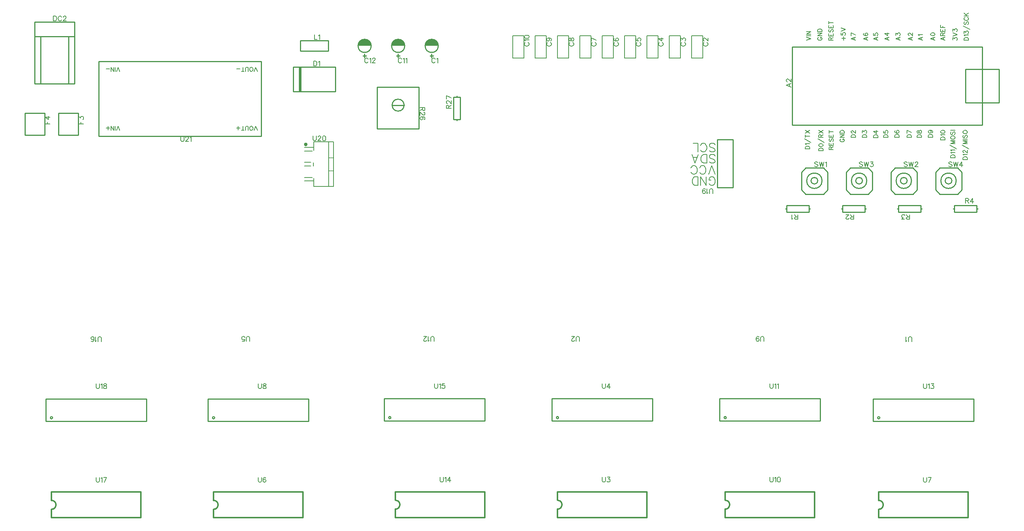
<source format=gto>
G04 Layer: TopSilkLayer*
G04 EasyEDA v6.1.52, Wed, 14 Aug 2019 16:00:45 GMT*
G04 61fb33ea13684dee95186c9376e4e459,bc0df6a87cf9400f99ff9c89e133bbb9,10*
G04 Gerber Generator version 0.2*
G04 Scale: 100 percent, Rotated: No, Reflected: No *
G04 Dimensions in millimeters *
G04 leading zeros omitted , absolute positions ,3 integer and 3 decimal *
%FSLAX33Y33*%
%MOMM*%
G90*
G71D02*

%ADD10C,0.254000*%
%ADD30C,0.200000*%
%ADD31C,0.203200*%
%ADD32C,0.228600*%
%ADD33C,0.304799*%
%ADD34C,0.200660*%
%ADD35C,0.399999*%
%ADD36C,0.152400*%

%LPD*%
G54D10*
G01X4429Y123783D02*
G01X13429Y123783D01*
G01X13429Y123783D02*
G01X13429Y109783D01*
G01X13429Y109783D02*
G01X4429Y109783D01*
G01X4429Y109783D02*
G01X4429Y123783D01*
G01X4429Y120483D02*
G01X13429Y120483D01*
G01X5729Y120403D02*
G01X5729Y109783D01*
G01X12129Y120403D02*
G01X12129Y109783D01*
G01X55880Y97790D02*
G01X18923Y97790D01*
G01X18923Y114808D01*
G01X55880Y114808D01*
G01X55880Y97790D01*
G01X14314Y103083D02*
G01X14314Y98083D01*
G01X9815Y103086D02*
G01X9815Y98086D01*
G01X9815Y103083D02*
G01X14314Y103083D01*
G01X9815Y98085D02*
G01X14314Y98085D01*
G01X6694Y103083D02*
G01X6694Y98083D01*
G01X2195Y103086D02*
G01X2195Y98086D01*
G01X2195Y103083D02*
G01X6694Y103083D01*
G01X2195Y98085D02*
G01X6694Y98085D01*
G54D30*
G01X65740Y94426D02*
G01X67440Y94426D01*
G01X65740Y88446D02*
G01X67440Y88446D01*
G54D31*
G01X67740Y91039D02*
G01X67740Y91840D01*
G54D30*
G01X67838Y94626D02*
G01X67838Y96520D01*
G01X72283Y96520D01*
G01X72283Y86360D01*
G01X67838Y86360D01*
G01X67838Y88253D01*
G01X71225Y86360D02*
G01X71225Y96520D01*
G01X71225Y92921D02*
G01X71436Y92921D01*
G01X71225Y89958D02*
G01X71436Y89958D01*
G01X72071Y92921D02*
G01X72283Y92921D01*
G01X72071Y89958D02*
G01X72283Y89958D01*
G01X71648Y89958D02*
G01X71860Y89958D01*
G01X71648Y92921D02*
G01X71860Y92921D01*
G01X65740Y95250D02*
G01X67838Y95250D01*
G01X65740Y91863D02*
G01X67140Y91863D01*
G01X65740Y91016D02*
G01X67140Y91016D01*
G01X65740Y87630D02*
G01X67838Y87630D01*
G54D10*
G01X87365Y116114D02*
G01X86577Y116114D01*
G01X86985Y116552D02*
G01X86985Y115714D01*
G01X79745Y116114D02*
G01X78957Y116114D01*
G01X79365Y116552D02*
G01X79365Y115714D01*
G01X85641Y104874D02*
G01X88351Y104874D01*
G01X91719Y108983D02*
G01X91719Y99483D01*
G01X82219Y99483D01*
G01X82219Y108983D01*
G01X91719Y108983D01*
G01X99568Y101600D02*
G01X99568Y106680D01*
G01X99568Y106680D02*
G01X100330Y106680D01*
G01X100330Y106680D02*
G01X101092Y106680D01*
G01X101092Y106680D02*
G01X101092Y101600D01*
G01X101092Y101600D02*
G01X100330Y101600D01*
G01X100330Y101600D02*
G01X99568Y101600D01*
G01X100330Y106680D02*
G01X100330Y106934D01*
G01X100330Y101600D02*
G01X100330Y101346D01*
G01X64795Y117170D02*
G01X64795Y119557D01*
G01X64795Y119557D02*
G01X71094Y119557D01*
G01X71094Y119557D02*
G01X71094Y117170D01*
G01X71094Y117170D02*
G01X64795Y117170D01*
G54D32*
G01X72707Y108077D02*
G01X72707Y107950D01*
G01X63182Y107950D01*
G01X63182Y113538D01*
G01X72707Y113538D01*
G01X72707Y108077D01*
G01X64884Y108077D02*
G01X64884Y113411D01*
G01X64757Y108077D02*
G01X64757Y113411D01*
G01X64630Y108077D02*
G01X64630Y113411D01*
G01X64503Y108077D02*
G01X64503Y113411D01*
G54D10*
G01X219710Y100330D02*
G01X219710Y118110D01*
G01X219710Y118110D02*
G01X176530Y118110D01*
G01X176530Y118110D02*
G01X176530Y100330D01*
G01X176530Y100330D02*
G01X219710Y100330D01*
G01X215900Y105410D02*
G01X223520Y105410D01*
G01X223520Y113030D01*
G01X215900Y113030D01*
G01X215900Y105410D01*
G01X163068Y86106D02*
G01X159512Y86106D01*
G01X159512Y97028D01*
G01X163068Y97028D01*
G01X163068Y86106D01*
G01X180340Y80518D02*
G01X175260Y80518D01*
G01X175260Y80518D02*
G01X175260Y81280D01*
G01X175260Y81280D02*
G01X175260Y82042D01*
G01X175260Y82042D02*
G01X180340Y82042D01*
G01X180340Y82042D02*
G01X180340Y81280D01*
G01X180340Y81280D02*
G01X180340Y80518D01*
G01X175260Y81280D02*
G01X175006Y81280D01*
G01X180340Y81280D02*
G01X180594Y81280D01*
G01X193040Y80518D02*
G01X187960Y80518D01*
G01X187960Y80518D02*
G01X187960Y81280D01*
G01X187960Y81280D02*
G01X187960Y82042D01*
G01X187960Y82042D02*
G01X193040Y82042D01*
G01X193040Y82042D02*
G01X193040Y81280D01*
G01X193040Y81280D02*
G01X193040Y80518D01*
G01X187960Y81280D02*
G01X187706Y81280D01*
G01X193040Y81280D02*
G01X193294Y81280D01*
G01X205740Y80518D02*
G01X200660Y80518D01*
G01X200660Y80518D02*
G01X200660Y81280D01*
G01X200660Y81280D02*
G01X200660Y82042D01*
G01X200660Y82042D02*
G01X205740Y82042D01*
G01X205740Y82042D02*
G01X205740Y81280D01*
G01X205740Y81280D02*
G01X205740Y80518D01*
G01X200660Y81280D02*
G01X200406Y81280D01*
G01X205740Y81280D02*
G01X205994Y81280D01*
G01X213360Y82042D02*
G01X218440Y82042D01*
G01X218440Y82042D02*
G01X218440Y81280D01*
G01X218440Y81280D02*
G01X218440Y80518D01*
G01X218440Y80518D02*
G01X213360Y80518D01*
G01X213360Y80518D02*
G01X213360Y81280D01*
G01X213360Y81280D02*
G01X213360Y82042D01*
G01X218440Y81280D02*
G01X218694Y81280D01*
G01X213360Y81280D02*
G01X213106Y81280D01*
G01X178610Y89629D02*
G01X179610Y90629D01*
G01X183609Y90629D01*
G01X184609Y89629D01*
G01X184609Y85630D01*
G01X183609Y84630D01*
G01X179610Y84630D01*
G01X178610Y85630D01*
G01X178610Y89629D01*
G01X198930Y89629D02*
G01X199930Y90629D01*
G01X203929Y90629D01*
G01X204929Y89629D01*
G01X204929Y85630D01*
G01X203929Y84630D01*
G01X199930Y84630D01*
G01X198930Y85630D01*
G01X198930Y89629D01*
G01X188770Y89629D02*
G01X189770Y90629D01*
G01X193769Y90629D01*
G01X194769Y89629D01*
G01X194769Y85630D01*
G01X193769Y84630D01*
G01X189770Y84630D01*
G01X188770Y85630D01*
G01X188770Y89629D01*
G01X209090Y89629D02*
G01X210090Y90629D01*
G01X214089Y90629D01*
G01X215089Y89629D01*
G01X215089Y85630D01*
G01X214089Y84630D01*
G01X210090Y84630D01*
G01X209090Y85630D01*
G01X209090Y89629D01*
G54D33*
G01X216500Y16850D02*
G01X196180Y16850D01*
G01X196180Y11008D02*
G01X216500Y11008D01*
G01X216500Y16850D02*
G01X216500Y11008D01*
G01X196180Y16850D02*
G01X196180Y14945D01*
G01X196180Y11008D02*
G01X196180Y12913D01*
G54D32*
G01X194910Y32979D02*
G01X217770Y32979D01*
G01X217770Y38059D01*
G01X194910Y38059D01*
G01X194910Y32979D01*
G54D33*
G01X143510Y16891D02*
G01X123190Y16891D01*
G01X123190Y11049D02*
G01X143510Y11049D01*
G01X143510Y16891D02*
G01X143510Y11049D01*
G01X123190Y16891D02*
G01X123190Y14986D01*
G01X123190Y11049D02*
G01X123190Y12954D01*
G54D32*
G01X121920Y33020D02*
G01X144780Y33020D01*
G01X144780Y38100D01*
G01X121920Y38100D01*
G01X121920Y33020D01*
G54D33*
G01X65370Y16850D02*
G01X45050Y16850D01*
G01X45050Y11008D02*
G01X65370Y11008D01*
G01X65370Y16850D02*
G01X65370Y11008D01*
G01X45050Y16850D02*
G01X45050Y14945D01*
G01X45050Y11008D02*
G01X45050Y12913D01*
G54D32*
G01X43780Y32979D02*
G01X66640Y32979D01*
G01X66640Y38059D01*
G01X43780Y38059D01*
G01X43780Y32979D01*
G54D33*
G01X181610Y16891D02*
G01X161290Y16891D01*
G01X161290Y11049D02*
G01X181610Y11049D01*
G01X181610Y16891D02*
G01X181610Y11049D01*
G01X161290Y16891D02*
G01X161290Y14986D01*
G01X161290Y11049D02*
G01X161290Y12954D01*
G54D32*
G01X160020Y33020D02*
G01X182880Y33020D01*
G01X182880Y38100D01*
G01X160020Y38100D01*
G01X160020Y33020D01*
G54D33*
G01X106680Y16891D02*
G01X86360Y16891D01*
G01X86360Y11049D02*
G01X106680Y11049D01*
G01X106680Y16891D02*
G01X106680Y11049D01*
G01X86360Y16891D02*
G01X86360Y14986D01*
G01X86360Y11049D02*
G01X86360Y12954D01*
G54D32*
G01X83820Y33020D02*
G01X106680Y33020D01*
G01X106680Y38100D01*
G01X83820Y38100D01*
G01X83820Y33020D01*
G54D33*
G01X28540Y16850D02*
G01X8220Y16850D01*
G01X8220Y11008D02*
G01X28540Y11008D01*
G01X28540Y16850D02*
G01X28540Y11008D01*
G01X8220Y16850D02*
G01X8220Y14945D01*
G01X8220Y11008D02*
G01X8220Y12913D01*
G54D32*
G01X6950Y32979D02*
G01X29810Y32979D01*
G01X29810Y38059D01*
G01X6950Y38059D01*
G01X6950Y32979D01*
G54D10*
G01X94985Y116114D02*
G01X94197Y116114D01*
G01X94605Y116552D02*
G01X94605Y115714D01*
G54D34*
G01X156207Y115572D02*
G01X156207Y120652D01*
G01X153667Y120652D01*
G01X153667Y115572D01*
G01X156207Y115572D01*
G01X151127Y115572D02*
G01X151127Y120652D01*
G01X148587Y120652D01*
G01X148587Y115572D01*
G01X151127Y115572D01*
G01X146047Y115572D02*
G01X146047Y120652D01*
G01X143507Y120652D01*
G01X143507Y115572D01*
G01X146047Y115572D01*
G01X140967Y115572D02*
G01X140967Y120652D01*
G01X138427Y120652D01*
G01X138427Y115572D01*
G01X140967Y115572D01*
G01X135887Y115572D02*
G01X135887Y120652D01*
G01X133347Y120652D01*
G01X133347Y115572D01*
G01X135887Y115572D01*
G01X130807Y115572D02*
G01X130807Y120652D01*
G01X128267Y120652D01*
G01X128267Y115572D01*
G01X130807Y115572D01*
G01X125727Y115572D02*
G01X125727Y120652D01*
G01X123187Y120652D01*
G01X123187Y115572D01*
G01X125727Y115572D01*
G01X120647Y115572D02*
G01X120647Y120652D01*
G01X118107Y120652D01*
G01X118107Y115572D01*
G01X120647Y115572D01*
G01X115567Y115572D02*
G01X115567Y120652D01*
G01X113027Y120652D01*
G01X113027Y115572D01*
G01X115567Y115572D01*
G54D36*
G01X8675Y125128D02*
G01X8675Y124038D01*
G01X8675Y125128D02*
G01X9038Y125128D01*
G01X9196Y125077D01*
G01X9297Y124973D01*
G01X9351Y124868D01*
G01X9401Y124714D01*
G01X9401Y124452D01*
G01X9351Y124297D01*
G01X9297Y124193D01*
G01X9196Y124089D01*
G01X9038Y124038D01*
G01X8675Y124038D01*
G01X10524Y124868D02*
G01X10473Y124973D01*
G01X10369Y125077D01*
G01X10265Y125128D01*
G01X10057Y125128D01*
G01X9952Y125077D01*
G01X9848Y124973D01*
G01X9798Y124868D01*
G01X9744Y124714D01*
G01X9744Y124452D01*
G01X9798Y124297D01*
G01X9848Y124193D01*
G01X9952Y124089D01*
G01X10057Y124038D01*
G01X10265Y124038D01*
G01X10369Y124089D01*
G01X10473Y124193D01*
G01X10524Y124297D01*
G01X10920Y124868D02*
G01X10920Y124919D01*
G01X10971Y125023D01*
G01X11024Y125077D01*
G01X11126Y125128D01*
G01X11334Y125128D01*
G01X11438Y125077D01*
G01X11492Y125023D01*
G01X11543Y124919D01*
G01X11543Y124815D01*
G01X11492Y124714D01*
G01X11388Y124556D01*
G01X10867Y124038D01*
G01X11596Y124038D01*
G01X37592Y97690D02*
G01X37592Y96913D01*
G01X37642Y96756D01*
G01X37746Y96652D01*
G01X37904Y96601D01*
G01X38008Y96601D01*
G01X38163Y96652D01*
G01X38267Y96756D01*
G01X38318Y96913D01*
G01X38318Y97690D01*
G01X38714Y97431D02*
G01X38714Y97485D01*
G01X38765Y97589D01*
G01X38818Y97640D01*
G01X38922Y97690D01*
G01X39128Y97690D01*
G01X39232Y97640D01*
G01X39286Y97589D01*
G01X39336Y97485D01*
G01X39336Y97381D01*
G01X39286Y97276D01*
G01X39182Y97119D01*
G01X38661Y96601D01*
G01X39390Y96601D01*
G01X39733Y97485D02*
G01X39837Y97535D01*
G01X39992Y97690D01*
G01X39992Y96601D01*
G54D31*
G01X55007Y99124D02*
G01X54644Y100079D01*
G01X54280Y99124D02*
G01X54644Y100079D01*
G01X53706Y99124D02*
G01X53798Y99170D01*
G01X53889Y99261D01*
G01X53935Y99352D01*
G01X53981Y99490D01*
G01X53981Y99716D01*
G01X53935Y99853D01*
G01X53889Y99942D01*
G01X53798Y100033D01*
G01X53706Y100079D01*
G01X53526Y100079D01*
G01X53435Y100033D01*
G01X53343Y99942D01*
G01X53297Y99853D01*
G01X53252Y99716D01*
G01X53252Y99490D01*
G01X53297Y99352D01*
G01X53343Y99261D01*
G01X53435Y99170D01*
G01X53526Y99124D01*
G01X53706Y99124D01*
G01X52952Y99124D02*
G01X52952Y99807D01*
G01X52906Y99942D01*
G01X52815Y100033D01*
G01X52680Y100079D01*
G01X52589Y100079D01*
G01X52452Y100033D01*
G01X52360Y99942D01*
G01X52317Y99807D01*
G01X52317Y99124D01*
G01X51697Y99124D02*
G01X51697Y100079D01*
G01X52015Y99124D02*
G01X51380Y99124D01*
G01X50671Y99261D02*
G01X50671Y100079D01*
G01X51080Y99670D02*
G01X50262Y99670D01*
G01X55008Y112547D02*
G01X54645Y113502D01*
G01X54282Y112547D02*
G01X54645Y113502D01*
G01X53710Y112547D02*
G01X53799Y112593D01*
G01X53890Y112684D01*
G01X53936Y112773D01*
G01X53982Y112910D01*
G01X53982Y113139D01*
G01X53936Y113273D01*
G01X53890Y113365D01*
G01X53799Y113456D01*
G01X53710Y113502D01*
G01X53527Y113502D01*
G01X53436Y113456D01*
G01X53344Y113365D01*
G01X53301Y113273D01*
G01X53255Y113139D01*
G01X53255Y112910D01*
G01X53301Y112773D01*
G01X53344Y112684D01*
G01X53436Y112593D01*
G01X53527Y112547D01*
G01X53710Y112547D01*
G01X52956Y112547D02*
G01X52956Y113228D01*
G01X52910Y113365D01*
G01X52818Y113456D01*
G01X52681Y113502D01*
G01X52590Y113502D01*
G01X52455Y113456D01*
G01X52364Y113365D01*
G01X52318Y113228D01*
G01X52318Y112547D01*
G01X51701Y112547D02*
G01X51701Y113502D01*
G01X52018Y112547D02*
G01X51381Y112547D01*
G01X51081Y113093D02*
G01X50263Y113093D01*
G01X23713Y99124D02*
G01X23350Y100079D01*
G01X22987Y99124D02*
G01X23350Y100079D01*
G01X22687Y99124D02*
G01X22687Y100079D01*
G01X22387Y99124D02*
G01X22387Y100079D01*
G01X22387Y99124D02*
G01X21750Y100079D01*
G01X21750Y99124D02*
G01X21750Y100079D01*
G01X21041Y99261D02*
G01X21041Y100079D01*
G01X21450Y99670D02*
G01X20632Y99670D01*
G01X23713Y112547D02*
G01X23350Y113502D01*
G01X22987Y112547D02*
G01X23350Y113502D01*
G01X22687Y112547D02*
G01X22687Y113502D01*
G01X22387Y112547D02*
G01X22387Y113502D01*
G01X22387Y112547D02*
G01X21750Y113502D01*
G01X21750Y112547D02*
G01X21750Y113502D01*
G01X21450Y113093D02*
G01X20632Y113093D01*
G54D36*
G01X14413Y100584D02*
G01X15503Y100584D01*
G01X14413Y100584D02*
G01X14413Y101259D01*
G01X14931Y100584D02*
G01X14931Y101000D01*
G01X14413Y101706D02*
G01X14413Y102278D01*
G01X14827Y101965D01*
G01X14827Y102120D01*
G01X14880Y102224D01*
G01X14931Y102278D01*
G01X15089Y102328D01*
G01X15193Y102328D01*
G01X15348Y102278D01*
G01X15452Y102174D01*
G01X15503Y102019D01*
G01X15503Y101861D01*
G01X15452Y101706D01*
G01X15399Y101653D01*
G01X15294Y101602D01*
G01X6793Y100584D02*
G01X7883Y100584D01*
G01X6793Y100584D02*
G01X6793Y101259D01*
G01X7311Y100584D02*
G01X7311Y101000D01*
G01X6793Y102120D02*
G01X7519Y101602D01*
G01X7519Y102382D01*
G01X6793Y102120D02*
G01X7883Y102120D01*
G01X67669Y97863D02*
G01X67669Y97086D01*
G01X67720Y96928D01*
G01X67824Y96824D01*
G01X67981Y96774D01*
G01X68085Y96774D01*
G01X68240Y96824D01*
G01X68345Y96928D01*
G01X68395Y97086D01*
G01X68395Y97863D01*
G01X68792Y97604D02*
G01X68792Y97657D01*
G01X68842Y97762D01*
G01X68896Y97812D01*
G01X69000Y97863D01*
G01X69206Y97863D01*
G01X69310Y97812D01*
G01X69363Y97762D01*
G01X69414Y97657D01*
G01X69414Y97553D01*
G01X69363Y97449D01*
G01X69259Y97292D01*
G01X68738Y96774D01*
G01X69467Y96774D01*
G01X70120Y97863D02*
G01X69965Y97812D01*
G01X69861Y97657D01*
G01X69810Y97396D01*
G01X69810Y97241D01*
G01X69861Y96982D01*
G01X69965Y96824D01*
G01X70120Y96774D01*
G01X70224Y96774D01*
G01X70382Y96824D01*
G01X70486Y96982D01*
G01X70537Y97241D01*
G01X70537Y97396D01*
G01X70486Y97657D01*
G01X70382Y97812D01*
G01X70224Y97863D01*
G01X70120Y97863D01*
G01X87774Y115357D02*
G01X87721Y115461D01*
G01X87617Y115565D01*
G01X87515Y115616D01*
G01X87307Y115616D01*
G01X87203Y115565D01*
G01X87099Y115461D01*
G01X87045Y115357D01*
G01X86995Y115199D01*
G01X86995Y114940D01*
G01X87045Y114785D01*
G01X87099Y114681D01*
G01X87203Y114577D01*
G01X87307Y114526D01*
G01X87515Y114526D01*
G01X87617Y114577D01*
G01X87721Y114681D01*
G01X87774Y114785D01*
G01X88117Y115408D02*
G01X88221Y115461D01*
G01X88376Y115616D01*
G01X88376Y114526D01*
G01X88719Y115408D02*
G01X88823Y115461D01*
G01X88978Y115616D01*
G01X88978Y114526D01*
G01X80154Y115357D02*
G01X80101Y115461D01*
G01X79997Y115565D01*
G01X79895Y115616D01*
G01X79687Y115616D01*
G01X79583Y115565D01*
G01X79479Y115461D01*
G01X79425Y115357D01*
G01X79375Y115199D01*
G01X79375Y114940D01*
G01X79425Y114785D01*
G01X79479Y114681D01*
G01X79583Y114577D01*
G01X79687Y114526D01*
G01X79895Y114526D01*
G01X79997Y114577D01*
G01X80101Y114681D01*
G01X80154Y114785D01*
G01X80497Y115408D02*
G01X80601Y115461D01*
G01X80756Y115616D01*
G01X80756Y114526D01*
G01X81153Y115357D02*
G01X81153Y115408D01*
G01X81203Y115512D01*
G01X81254Y115565D01*
G01X81358Y115616D01*
G01X81567Y115616D01*
G01X81671Y115565D01*
G01X81724Y115512D01*
G01X81775Y115408D01*
G01X81775Y115304D01*
G01X81724Y115199D01*
G01X81620Y115044D01*
G01X81099Y114526D01*
G01X81826Y114526D01*
G01X93063Y104366D02*
G01X91974Y104366D01*
G01X93063Y104366D02*
G01X93063Y103898D01*
G01X93012Y103743D01*
G01X92959Y103690D01*
G01X92855Y103639D01*
G01X92751Y103639D01*
G01X92649Y103690D01*
G01X92596Y103743D01*
G01X92545Y103898D01*
G01X92545Y104366D01*
G01X92545Y104002D02*
G01X91974Y103639D01*
G01X92804Y103243D02*
G01X92855Y103243D01*
G01X92959Y103192D01*
G01X93012Y103139D01*
G01X93063Y103035D01*
G01X93063Y102829D01*
G01X93012Y102725D01*
G01X92959Y102671D01*
G01X92855Y102621D01*
G01X92751Y102621D01*
G01X92649Y102671D01*
G01X92492Y102776D01*
G01X91974Y103296D01*
G01X91974Y102567D01*
G01X92908Y101602D02*
G01X93012Y101653D01*
G01X93063Y101810D01*
G01X93063Y101914D01*
G01X93012Y102069D01*
G01X92855Y102174D01*
G01X92596Y102224D01*
G01X92337Y102224D01*
G01X92128Y102174D01*
G01X92024Y102069D01*
G01X91974Y101914D01*
G01X91974Y101861D01*
G01X92024Y101706D01*
G01X92128Y101602D01*
G01X92283Y101549D01*
G01X92337Y101549D01*
G01X92492Y101602D01*
G01X92596Y101706D01*
G01X92649Y101861D01*
G01X92649Y101914D01*
G01X92596Y102069D01*
G01X92492Y102174D01*
G01X92337Y102224D01*
G01X97944Y104140D02*
G01X99034Y104140D01*
G01X97944Y104140D02*
G01X97944Y104607D01*
G01X97995Y104762D01*
G01X98046Y104815D01*
G01X98150Y104866D01*
G01X98254Y104866D01*
G01X98358Y104815D01*
G01X98412Y104762D01*
G01X98463Y104607D01*
G01X98463Y104140D01*
G01X98463Y104503D02*
G01X99034Y104866D01*
G01X98204Y105262D02*
G01X98150Y105262D01*
G01X98046Y105313D01*
G01X97995Y105366D01*
G01X97944Y105470D01*
G01X97944Y105676D01*
G01X97995Y105780D01*
G01X98046Y105834D01*
G01X98150Y105884D01*
G01X98254Y105884D01*
G01X98358Y105834D01*
G01X98516Y105730D01*
G01X99034Y105209D01*
G01X99034Y105938D01*
G01X97944Y107007D02*
G01X99034Y106489D01*
G01X97944Y106281D02*
G01X97944Y107007D01*
G01X67945Y120901D02*
G01X67945Y119811D01*
G01X67945Y119811D02*
G01X68567Y119811D01*
G01X68910Y120695D02*
G01X69014Y120746D01*
G01X69171Y120901D01*
G01X69171Y119811D01*
G01X67805Y114881D02*
G01X67805Y113792D01*
G01X67805Y114881D02*
G01X68168Y114881D01*
G01X68326Y114830D01*
G01X68427Y114726D01*
G01X68480Y114622D01*
G01X68531Y114467D01*
G01X68531Y114208D01*
G01X68480Y114051D01*
G01X68427Y113946D01*
G01X68326Y113842D01*
G01X68168Y113792D01*
G01X67805Y113792D01*
G01X68874Y114675D02*
G01X68978Y114726D01*
G01X69136Y114881D01*
G01X69136Y113792D01*
G01X175186Y109382D02*
G01X176276Y108966D01*
G01X175186Y109382D02*
G01X176276Y109796D01*
G01X175912Y109120D02*
G01X175912Y109641D01*
G01X175445Y110192D02*
G01X175392Y110192D01*
G01X175287Y110243D01*
G01X175237Y110296D01*
G01X175186Y110401D01*
G01X175186Y110606D01*
G01X175237Y110710D01*
G01X175287Y110764D01*
G01X175392Y110815D01*
G01X175496Y110815D01*
G01X175600Y110764D01*
G01X175757Y110660D01*
G01X176276Y110139D01*
G01X176276Y110868D01*
G54D31*
G01X179509Y94902D02*
G01X180479Y94902D01*
G01X179509Y94902D02*
G01X179509Y95224D01*
G01X179555Y95364D01*
G01X179646Y95455D01*
G01X179740Y95501D01*
G01X179877Y95549D01*
G01X180108Y95549D01*
G01X180248Y95501D01*
G01X180340Y95455D01*
G01X180431Y95364D01*
G01X180479Y95224D01*
G01X180479Y94902D01*
G01X179694Y95854D02*
G01X179646Y95945D01*
G01X179509Y96083D01*
G01X180479Y96083D01*
G01X179324Y97221D02*
G01X180802Y96387D01*
G01X179509Y97848D02*
G01X180479Y97848D01*
G01X179509Y97525D02*
G01X179509Y98171D01*
G01X179509Y98475D02*
G01X180479Y99123D01*
G01X179509Y99123D02*
G01X180479Y98475D01*
G01X182557Y120327D02*
G01X182463Y120281D01*
G01X182372Y120187D01*
G01X182326Y120096D01*
G01X182326Y119910D01*
G01X182372Y119819D01*
G01X182463Y119725D01*
G01X182557Y119679D01*
G01X182694Y119634D01*
G01X182925Y119634D01*
G01X183065Y119679D01*
G01X183156Y119725D01*
G01X183248Y119819D01*
G01X183296Y119910D01*
G01X183296Y120096D01*
G01X183248Y120187D01*
G01X183156Y120281D01*
G01X183065Y120327D01*
G01X182925Y120327D01*
G01X182925Y120096D02*
G01X182925Y120327D01*
G01X182326Y120632D02*
G01X183296Y120632D01*
G01X182326Y120632D02*
G01X183296Y121277D01*
G01X182326Y121277D02*
G01X183296Y121277D01*
G01X182326Y121582D02*
G01X183296Y121582D01*
G01X182326Y121582D02*
G01X182326Y121907D01*
G01X182372Y122044D01*
G01X182463Y122135D01*
G01X182557Y122184D01*
G01X182694Y122229D01*
G01X182925Y122229D01*
G01X183065Y122184D01*
G01X183156Y122135D01*
G01X183248Y122044D01*
G01X183296Y121907D01*
G01X183296Y121582D01*
G01X187797Y120050D02*
G01X188630Y120050D01*
G01X188214Y119634D02*
G01X188214Y120464D01*
G01X187660Y121323D02*
G01X187660Y120863D01*
G01X188074Y120815D01*
G01X188028Y120863D01*
G01X187982Y121000D01*
G01X187982Y121140D01*
G01X188028Y121277D01*
G01X188122Y121371D01*
G01X188259Y121417D01*
G01X188353Y121417D01*
G01X188490Y121371D01*
G01X188582Y121277D01*
G01X188630Y121140D01*
G01X188630Y121000D01*
G01X188582Y120863D01*
G01X188536Y120815D01*
G01X188445Y120769D01*
G01X187660Y121721D02*
G01X188630Y122090D01*
G01X187660Y122461D02*
G01X188630Y122090D01*
G01X215346Y92509D02*
G01X216316Y92509D01*
G01X215346Y92509D02*
G01X215346Y92831D01*
G01X215392Y92971D01*
G01X215483Y93063D01*
G01X215577Y93108D01*
G01X215714Y93157D01*
G01X215945Y93157D01*
G01X216085Y93108D01*
G01X216176Y93063D01*
G01X216268Y92971D01*
G01X216316Y92831D01*
G01X216316Y92509D01*
G01X215531Y93461D02*
G01X215483Y93553D01*
G01X215346Y93690D01*
G01X216316Y93690D01*
G01X215577Y94043D02*
G01X215531Y94043D01*
G01X215437Y94089D01*
G01X215392Y94134D01*
G01X215346Y94226D01*
G01X215346Y94411D01*
G01X215392Y94503D01*
G01X215437Y94551D01*
G01X215531Y94597D01*
G01X215623Y94597D01*
G01X215714Y94551D01*
G01X215854Y94457D01*
G01X216316Y93995D01*
G01X216316Y94642D01*
G01X215160Y95778D02*
G01X216639Y94947D01*
G01X215346Y96083D02*
G01X216316Y96083D01*
G01X215346Y96083D02*
G01X216316Y96453D01*
G01X215346Y96822D02*
G01X216316Y96453D01*
G01X215346Y96822D02*
G01X216316Y96822D01*
G01X215346Y97127D02*
G01X216316Y97127D01*
G01X215483Y98079D02*
G01X215392Y97985D01*
G01X215346Y97848D01*
G01X215346Y97663D01*
G01X215392Y97525D01*
G01X215483Y97431D01*
G01X215577Y97431D01*
G01X215668Y97477D01*
G01X215714Y97525D01*
G01X215760Y97617D01*
G01X215854Y97894D01*
G01X215900Y97985D01*
G01X215945Y98033D01*
G01X216039Y98079D01*
G01X216176Y98079D01*
G01X216268Y97985D01*
G01X216316Y97848D01*
G01X216316Y97663D01*
G01X216268Y97525D01*
G01X216176Y97431D01*
G01X215346Y98661D02*
G01X215392Y98567D01*
G01X215483Y98475D01*
G01X215577Y98430D01*
G01X215714Y98384D01*
G01X215945Y98384D01*
G01X216085Y98430D01*
G01X216176Y98475D01*
G01X216268Y98567D01*
G01X216316Y98661D01*
G01X216316Y98846D01*
G01X216268Y98938D01*
G01X216176Y99029D01*
G01X216085Y99075D01*
G01X215945Y99123D01*
G01X215714Y99123D01*
G01X215577Y99075D01*
G01X215483Y99029D01*
G01X215392Y98938D01*
G01X215346Y98846D01*
G01X215346Y98661D01*
G01X179786Y119634D02*
G01X180756Y120002D01*
G01X179786Y120373D02*
G01X180756Y120002D01*
G01X179786Y120677D02*
G01X180756Y120677D01*
G01X179786Y120982D02*
G01X180756Y120982D01*
G01X179786Y120982D02*
G01X180756Y121627D01*
G01X179786Y121627D02*
G01X180756Y121627D01*
G01X215600Y119634D02*
G01X216570Y119634D01*
G01X215600Y119634D02*
G01X215600Y119956D01*
G01X215646Y120096D01*
G01X215737Y120187D01*
G01X215831Y120233D01*
G01X215968Y120281D01*
G01X216199Y120281D01*
G01X216339Y120233D01*
G01X216430Y120187D01*
G01X216522Y120096D01*
G01X216570Y119956D01*
G01X216570Y119634D01*
G01X215785Y120586D02*
G01X215737Y120677D01*
G01X215600Y120815D01*
G01X216570Y120815D01*
G01X215600Y121213D02*
G01X215600Y121721D01*
G01X215968Y121445D01*
G01X215968Y121582D01*
G01X216014Y121676D01*
G01X216062Y121721D01*
G01X216199Y121767D01*
G01X216293Y121767D01*
G01X216430Y121721D01*
G01X216522Y121627D01*
G01X216570Y121490D01*
G01X216570Y121351D01*
G01X216522Y121213D01*
G01X216476Y121168D01*
G01X216385Y121119D01*
G01X215414Y122902D02*
G01X216893Y122072D01*
G01X215737Y123855D02*
G01X215646Y123761D01*
G01X215600Y123624D01*
G01X215600Y123438D01*
G01X215646Y123301D01*
G01X215737Y123207D01*
G01X215831Y123207D01*
G01X215922Y123253D01*
G01X215968Y123301D01*
G01X216014Y123393D01*
G01X216108Y123670D01*
G01X216154Y123761D01*
G01X216199Y123809D01*
G01X216293Y123855D01*
G01X216430Y123855D01*
G01X216522Y123761D01*
G01X216570Y123624D01*
G01X216570Y123438D01*
G01X216522Y123301D01*
G01X216430Y123207D01*
G01X215831Y124853D02*
G01X215737Y124805D01*
G01X215646Y124714D01*
G01X215600Y124622D01*
G01X215600Y124437D01*
G01X215646Y124345D01*
G01X215737Y124251D01*
G01X215831Y124206D01*
G01X215968Y124160D01*
G01X216199Y124160D01*
G01X216339Y124206D01*
G01X216430Y124251D01*
G01X216522Y124345D01*
G01X216570Y124437D01*
G01X216570Y124622D01*
G01X216522Y124714D01*
G01X216430Y124805D01*
G01X216339Y124853D01*
G01X215600Y125158D02*
G01X216570Y125158D01*
G01X215600Y125803D02*
G01X216245Y125158D01*
G01X216014Y125387D02*
G01X216570Y125803D01*
G01X187637Y97221D02*
G01X187543Y97175D01*
G01X187452Y97081D01*
G01X187406Y96989D01*
G01X187406Y96804D01*
G01X187452Y96713D01*
G01X187543Y96619D01*
G01X187637Y96573D01*
G01X187774Y96527D01*
G01X188005Y96527D01*
G01X188145Y96573D01*
G01X188236Y96619D01*
G01X188328Y96713D01*
G01X188376Y96804D01*
G01X188376Y96989D01*
G01X188328Y97081D01*
G01X188236Y97175D01*
G01X188145Y97221D01*
G01X188005Y97221D01*
G01X188005Y96989D02*
G01X188005Y97221D01*
G01X187406Y97525D02*
G01X188376Y97525D01*
G01X187406Y97525D02*
G01X188376Y98171D01*
G01X187406Y98171D02*
G01X188376Y98171D01*
G01X187406Y98475D02*
G01X188376Y98475D01*
G01X187406Y98475D02*
G01X187406Y98800D01*
G01X187452Y98938D01*
G01X187543Y99029D01*
G01X187637Y99077D01*
G01X187774Y99123D01*
G01X188005Y99123D01*
G01X188145Y99077D01*
G01X188236Y99029D01*
G01X188328Y98938D01*
G01X188376Y98800D01*
G01X188376Y98475D01*
G01X182557Y94488D02*
G01X183527Y94488D01*
G01X182557Y94488D02*
G01X182557Y94810D01*
G01X182603Y94950D01*
G01X182694Y95041D01*
G01X182788Y95087D01*
G01X182925Y95135D01*
G01X183156Y95135D01*
G01X183296Y95087D01*
G01X183388Y95041D01*
G01X183479Y94950D01*
G01X183527Y94810D01*
G01X183527Y94488D01*
G01X182557Y95717D02*
G01X182603Y95577D01*
G01X182742Y95486D01*
G01X182971Y95440D01*
G01X183111Y95440D01*
G01X183342Y95486D01*
G01X183479Y95577D01*
G01X183527Y95717D01*
G01X183527Y95808D01*
G01X183479Y95948D01*
G01X183342Y96039D01*
G01X183111Y96085D01*
G01X182971Y96085D01*
G01X182742Y96039D01*
G01X182603Y95948D01*
G01X182557Y95808D01*
G01X182557Y95717D01*
G01X182372Y97221D02*
G01X183850Y96390D01*
G01X182557Y97525D02*
G01X183527Y97525D01*
G01X182557Y97525D02*
G01X182557Y97942D01*
G01X182603Y98082D01*
G01X182648Y98127D01*
G01X182742Y98173D01*
G01X182834Y98173D01*
G01X182925Y98127D01*
G01X182971Y98082D01*
G01X183019Y97942D01*
G01X183019Y97525D01*
G01X183019Y97850D02*
G01X183527Y98173D01*
G01X182557Y98478D02*
G01X183527Y99123D01*
G01X182557Y99123D02*
G01X183527Y98478D01*
G01X184912Y94764D02*
G01X185882Y94764D01*
G01X184912Y94764D02*
G01X184912Y95181D01*
G01X184957Y95318D01*
G01X185003Y95364D01*
G01X185097Y95412D01*
G01X185188Y95412D01*
G01X185280Y95364D01*
G01X185326Y95318D01*
G01X185374Y95181D01*
G01X185374Y94764D01*
G01X185374Y95087D02*
G01X185882Y95412D01*
G01X184912Y95717D02*
G01X185882Y95717D01*
G01X184912Y95717D02*
G01X184912Y96316D01*
G01X185374Y95717D02*
G01X185374Y96085D01*
G01X185882Y95717D02*
G01X185882Y96316D01*
G01X185049Y97266D02*
G01X184957Y97175D01*
G01X184912Y97038D01*
G01X184912Y96852D01*
G01X184957Y96713D01*
G01X185049Y96621D01*
G01X185143Y96621D01*
G01X185234Y96667D01*
G01X185280Y96713D01*
G01X185326Y96807D01*
G01X185420Y97083D01*
G01X185465Y97175D01*
G01X185511Y97221D01*
G01X185605Y97266D01*
G01X185742Y97266D01*
G01X185834Y97175D01*
G01X185882Y97038D01*
G01X185882Y96852D01*
G01X185834Y96713D01*
G01X185742Y96621D01*
G01X184912Y97571D02*
G01X185882Y97571D01*
G01X184912Y97571D02*
G01X184912Y98173D01*
G01X185374Y97571D02*
G01X185374Y97942D01*
G01X185882Y97571D02*
G01X185882Y98173D01*
G01X184912Y98800D02*
G01X185882Y98800D01*
G01X184912Y98478D02*
G01X184912Y99123D01*
G01X189946Y97525D02*
G01X190916Y97525D01*
G01X189946Y97525D02*
G01X189946Y97848D01*
G01X189992Y97988D01*
G01X190083Y98079D01*
G01X190177Y98125D01*
G01X190314Y98173D01*
G01X190545Y98173D01*
G01X190685Y98125D01*
G01X190776Y98079D01*
G01X190868Y97988D01*
G01X190916Y97848D01*
G01X190916Y97525D01*
G01X190177Y98524D02*
G01X190131Y98524D01*
G01X190037Y98569D01*
G01X189992Y98615D01*
G01X189946Y98706D01*
G01X189946Y98892D01*
G01X189992Y98986D01*
G01X190037Y99032D01*
G01X190131Y99077D01*
G01X190223Y99077D01*
G01X190314Y99032D01*
G01X190454Y98938D01*
G01X190916Y98478D01*
G01X190916Y99123D01*
G01X192486Y97525D02*
G01X193456Y97525D01*
G01X192486Y97525D02*
G01X192486Y97848D01*
G01X192532Y97988D01*
G01X192623Y98079D01*
G01X192717Y98125D01*
G01X192854Y98173D01*
G01X193085Y98173D01*
G01X193225Y98125D01*
G01X193316Y98079D01*
G01X193408Y97988D01*
G01X193456Y97848D01*
G01X193456Y97525D01*
G01X192486Y98569D02*
G01X192486Y99077D01*
G01X192854Y98800D01*
G01X192854Y98938D01*
G01X192900Y99032D01*
G01X192948Y99077D01*
G01X193085Y99123D01*
G01X193179Y99123D01*
G01X193316Y99077D01*
G01X193408Y98986D01*
G01X193456Y98846D01*
G01X193456Y98706D01*
G01X193408Y98569D01*
G01X193362Y98524D01*
G01X193271Y98478D01*
G01X195026Y97480D02*
G01X195996Y97480D01*
G01X195026Y97480D02*
G01X195026Y97802D01*
G01X195072Y97942D01*
G01X195163Y98033D01*
G01X195257Y98079D01*
G01X195394Y98127D01*
G01X195625Y98127D01*
G01X195765Y98079D01*
G01X195856Y98033D01*
G01X195948Y97942D01*
G01X195996Y97802D01*
G01X195996Y97480D01*
G01X195026Y98892D02*
G01X195671Y98432D01*
G01X195671Y99123D01*
G01X195026Y98892D02*
G01X195996Y98892D01*
G01X197312Y97525D02*
G01X198282Y97525D01*
G01X197312Y97525D02*
G01X197312Y97848D01*
G01X197358Y97988D01*
G01X197449Y98079D01*
G01X197543Y98125D01*
G01X197680Y98173D01*
G01X197911Y98173D01*
G01X198051Y98125D01*
G01X198142Y98079D01*
G01X198234Y97988D01*
G01X198282Y97848D01*
G01X198282Y97525D01*
G01X197312Y99032D02*
G01X197312Y98569D01*
G01X197726Y98524D01*
G01X197680Y98569D01*
G01X197634Y98706D01*
G01X197634Y98846D01*
G01X197680Y98986D01*
G01X197774Y99077D01*
G01X197911Y99123D01*
G01X198005Y99123D01*
G01X198142Y99077D01*
G01X198234Y98986D01*
G01X198282Y98846D01*
G01X198282Y98706D01*
G01X198234Y98569D01*
G01X198188Y98524D01*
G01X198097Y98478D01*
G01X199852Y97571D02*
G01X200822Y97571D01*
G01X199852Y97571D02*
G01X199852Y97894D01*
G01X199898Y98033D01*
G01X199989Y98125D01*
G01X200083Y98171D01*
G01X200220Y98219D01*
G01X200451Y98219D01*
G01X200591Y98171D01*
G01X200682Y98125D01*
G01X200774Y98033D01*
G01X200822Y97894D01*
G01X200822Y97571D01*
G01X199989Y99077D02*
G01X199898Y99032D01*
G01X199852Y98892D01*
G01X199852Y98800D01*
G01X199898Y98661D01*
G01X200037Y98569D01*
G01X200266Y98524D01*
G01X200497Y98524D01*
G01X200682Y98569D01*
G01X200774Y98661D01*
G01X200822Y98800D01*
G01X200822Y98846D01*
G01X200774Y98983D01*
G01X200682Y99077D01*
G01X200545Y99123D01*
G01X200497Y99123D01*
G01X200360Y99077D01*
G01X200266Y98983D01*
G01X200220Y98846D01*
G01X200220Y98800D01*
G01X200266Y98661D01*
G01X200360Y98569D01*
G01X200497Y98524D01*
G01X202646Y97525D02*
G01X203616Y97525D01*
G01X202646Y97525D02*
G01X202646Y97848D01*
G01X202692Y97988D01*
G01X202783Y98079D01*
G01X202877Y98125D01*
G01X203014Y98173D01*
G01X203245Y98173D01*
G01X203385Y98125D01*
G01X203476Y98079D01*
G01X203568Y97988D01*
G01X203616Y97848D01*
G01X203616Y97525D01*
G01X202646Y99123D02*
G01X203616Y98661D01*
G01X202646Y98478D02*
G01X202646Y99123D01*
G01X204932Y97525D02*
G01X205902Y97525D01*
G01X204932Y97525D02*
G01X204932Y97848D01*
G01X204978Y97988D01*
G01X205069Y98079D01*
G01X205163Y98125D01*
G01X205300Y98173D01*
G01X205531Y98173D01*
G01X205671Y98125D01*
G01X205762Y98079D01*
G01X205854Y97988D01*
G01X205902Y97848D01*
G01X205902Y97525D01*
G01X204932Y98706D02*
G01X204978Y98569D01*
G01X205069Y98524D01*
G01X205163Y98524D01*
G01X205254Y98569D01*
G01X205300Y98661D01*
G01X205346Y98846D01*
G01X205394Y98986D01*
G01X205486Y99077D01*
G01X205577Y99123D01*
G01X205717Y99123D01*
G01X205808Y99077D01*
G01X205854Y99032D01*
G01X205902Y98892D01*
G01X205902Y98706D01*
G01X205854Y98569D01*
G01X205808Y98524D01*
G01X205717Y98478D01*
G01X205577Y98478D01*
G01X205486Y98524D01*
G01X205394Y98615D01*
G01X205346Y98755D01*
G01X205300Y98938D01*
G01X205254Y99032D01*
G01X205163Y99077D01*
G01X205069Y99077D01*
G01X204978Y99032D01*
G01X204932Y98892D01*
G01X204932Y98706D01*
G01X207472Y97571D02*
G01X208442Y97571D01*
G01X207472Y97571D02*
G01X207472Y97894D01*
G01X207518Y98033D01*
G01X207609Y98125D01*
G01X207703Y98171D01*
G01X207840Y98219D01*
G01X208071Y98219D01*
G01X208211Y98171D01*
G01X208302Y98125D01*
G01X208394Y98033D01*
G01X208442Y97894D01*
G01X208442Y97571D01*
G01X207794Y99123D02*
G01X207934Y99077D01*
G01X208026Y98983D01*
G01X208071Y98846D01*
G01X208071Y98800D01*
G01X208026Y98661D01*
G01X207934Y98569D01*
G01X207794Y98524D01*
G01X207749Y98524D01*
G01X207609Y98569D01*
G01X207518Y98661D01*
G01X207472Y98800D01*
G01X207472Y98846D01*
G01X207518Y98983D01*
G01X207609Y99077D01*
G01X207794Y99123D01*
G01X208026Y99123D01*
G01X208257Y99077D01*
G01X208394Y98983D01*
G01X208442Y98846D01*
G01X208442Y98752D01*
G01X208394Y98615D01*
G01X208302Y98569D01*
G01X210266Y96989D02*
G01X211236Y96989D01*
G01X210266Y96989D02*
G01X210266Y97312D01*
G01X210312Y97452D01*
G01X210403Y97543D01*
G01X210497Y97589D01*
G01X210634Y97637D01*
G01X210865Y97637D01*
G01X211005Y97589D01*
G01X211096Y97543D01*
G01X211188Y97452D01*
G01X211236Y97312D01*
G01X211236Y96989D01*
G01X210451Y97942D02*
G01X210403Y98033D01*
G01X210266Y98171D01*
G01X211236Y98171D01*
G01X210266Y98755D02*
G01X210312Y98615D01*
G01X210451Y98524D01*
G01X210680Y98475D01*
G01X210820Y98475D01*
G01X211051Y98524D01*
G01X211188Y98615D01*
G01X211236Y98755D01*
G01X211236Y98846D01*
G01X211188Y98983D01*
G01X211051Y99077D01*
G01X210820Y99123D01*
G01X210680Y99123D01*
G01X210451Y99077D01*
G01X210312Y98983D01*
G01X210266Y98846D01*
G01X210266Y98755D01*
G01X212552Y92925D02*
G01X213522Y92925D01*
G01X212552Y92925D02*
G01X212552Y93248D01*
G01X212598Y93388D01*
G01X212689Y93479D01*
G01X212783Y93525D01*
G01X212920Y93573D01*
G01X213151Y93573D01*
G01X213291Y93525D01*
G01X213382Y93479D01*
G01X213474Y93388D01*
G01X213522Y93248D01*
G01X213522Y92925D01*
G01X212737Y93878D02*
G01X212689Y93969D01*
G01X212552Y94107D01*
G01X213522Y94107D01*
G01X212737Y94411D02*
G01X212689Y94505D01*
G01X212552Y94642D01*
G01X213522Y94642D01*
G01X212366Y95780D02*
G01X213845Y94947D01*
G01X212552Y96085D02*
G01X213522Y96085D01*
G01X212552Y96085D02*
G01X213522Y96453D01*
G01X212552Y96824D02*
G01X213522Y96453D01*
G01X212552Y96824D02*
G01X213522Y96824D01*
G01X212552Y97406D02*
G01X212598Y97312D01*
G01X212689Y97221D01*
G01X212783Y97175D01*
G01X212920Y97129D01*
G01X213151Y97129D01*
G01X213291Y97175D01*
G01X213382Y97221D01*
G01X213474Y97312D01*
G01X213522Y97406D01*
G01X213522Y97589D01*
G01X213474Y97683D01*
G01X213382Y97774D01*
G01X213291Y97820D01*
G01X213151Y97866D01*
G01X212920Y97866D01*
G01X212783Y97820D01*
G01X212689Y97774D01*
G01X212598Y97683D01*
G01X212552Y97589D01*
G01X212552Y97406D01*
G01X212689Y98818D02*
G01X212598Y98727D01*
G01X212552Y98587D01*
G01X212552Y98402D01*
G01X212598Y98264D01*
G01X212689Y98171D01*
G01X212783Y98171D01*
G01X212874Y98219D01*
G01X212920Y98264D01*
G01X212966Y98356D01*
G01X213060Y98633D01*
G01X213106Y98727D01*
G01X213151Y98772D01*
G01X213245Y98818D01*
G01X213382Y98818D01*
G01X213474Y98727D01*
G01X213522Y98587D01*
G01X213522Y98402D01*
G01X213474Y98264D01*
G01X213382Y98171D01*
G01X212552Y99123D02*
G01X213522Y99123D01*
G01X213060Y119725D02*
G01X213060Y120233D01*
G01X213428Y119956D01*
G01X213428Y120096D01*
G01X213474Y120187D01*
G01X213522Y120233D01*
G01X213659Y120281D01*
G01X213753Y120281D01*
G01X213890Y120233D01*
G01X213982Y120142D01*
G01X214030Y120002D01*
G01X214030Y119865D01*
G01X213982Y119725D01*
G01X213936Y119679D01*
G01X213845Y119634D01*
G01X213060Y120586D02*
G01X214030Y120954D01*
G01X213060Y121323D02*
G01X214030Y120954D01*
G01X213060Y121721D02*
G01X213060Y122229D01*
G01X213428Y121953D01*
G01X213428Y122090D01*
G01X213474Y122184D01*
G01X213522Y122229D01*
G01X213659Y122275D01*
G01X213753Y122275D01*
G01X213890Y122229D01*
G01X213982Y122135D01*
G01X214030Y121998D01*
G01X214030Y121859D01*
G01X213982Y121721D01*
G01X213936Y121676D01*
G01X213845Y121627D01*
G01X210266Y120002D02*
G01X211236Y119634D01*
G01X210266Y120002D02*
G01X211236Y120373D01*
G01X210911Y119773D02*
G01X210911Y120233D01*
G01X210266Y120677D02*
G01X211236Y120677D01*
G01X210266Y120677D02*
G01X210266Y121094D01*
G01X210312Y121231D01*
G01X210357Y121277D01*
G01X210451Y121323D01*
G01X210543Y121323D01*
G01X210634Y121277D01*
G01X210680Y121231D01*
G01X210728Y121094D01*
G01X210728Y120677D01*
G01X210728Y121000D02*
G01X211236Y121323D01*
G01X210266Y121627D02*
G01X211236Y121627D01*
G01X210266Y121627D02*
G01X210266Y122229D01*
G01X210728Y121627D02*
G01X210728Y121998D01*
G01X211236Y121627D02*
G01X211236Y122229D01*
G01X210266Y122534D02*
G01X211236Y122534D01*
G01X210266Y122534D02*
G01X210266Y123134D01*
G01X210728Y122534D02*
G01X210728Y122902D01*
G01X207980Y120002D02*
G01X208950Y119634D01*
G01X207980Y120002D02*
G01X208950Y120373D01*
G01X208625Y119773D02*
G01X208625Y120233D01*
G01X207980Y120954D02*
G01X208026Y120815D01*
G01X208165Y120723D01*
G01X208394Y120677D01*
G01X208534Y120677D01*
G01X208765Y120723D01*
G01X208902Y120815D01*
G01X208950Y120954D01*
G01X208950Y121046D01*
G01X208902Y121185D01*
G01X208765Y121277D01*
G01X208534Y121323D01*
G01X208394Y121323D01*
G01X208165Y121277D01*
G01X208026Y121185D01*
G01X207980Y121046D01*
G01X207980Y120954D01*
G01X205186Y120002D02*
G01X206156Y119634D01*
G01X205186Y120002D02*
G01X206156Y120373D01*
G01X205831Y119773D02*
G01X205831Y120233D01*
G01X205371Y120677D02*
G01X205323Y120769D01*
G01X205186Y120909D01*
G01X206156Y120909D01*
G01X202900Y120002D02*
G01X203870Y119634D01*
G01X202900Y120002D02*
G01X203870Y120373D01*
G01X203545Y119773D02*
G01X203545Y120233D01*
G01X203131Y120723D02*
G01X203085Y120723D01*
G01X202991Y120769D01*
G01X202946Y120815D01*
G01X202900Y120909D01*
G01X202900Y121094D01*
G01X202946Y121185D01*
G01X202991Y121231D01*
G01X203085Y121277D01*
G01X203177Y121277D01*
G01X203268Y121231D01*
G01X203408Y121140D01*
G01X203870Y120677D01*
G01X203870Y121323D01*
G01X200106Y120002D02*
G01X201076Y119634D01*
G01X200106Y120002D02*
G01X201076Y120373D01*
G01X200751Y119773D02*
G01X200751Y120233D01*
G01X200106Y120769D02*
G01X200106Y121277D01*
G01X200474Y121000D01*
G01X200474Y121140D01*
G01X200520Y121231D01*
G01X200568Y121277D01*
G01X200705Y121323D01*
G01X200799Y121323D01*
G01X200936Y121277D01*
G01X201028Y121185D01*
G01X201076Y121046D01*
G01X201076Y120909D01*
G01X201028Y120769D01*
G01X200982Y120723D01*
G01X200891Y120677D01*
G01X197566Y120002D02*
G01X198536Y119634D01*
G01X197566Y120002D02*
G01X198536Y120373D01*
G01X198211Y119773D02*
G01X198211Y120233D01*
G01X197566Y121140D02*
G01X198211Y120677D01*
G01X198211Y121371D01*
G01X197566Y121140D02*
G01X198536Y121140D01*
G01X195026Y120002D02*
G01X195996Y119634D01*
G01X195026Y120002D02*
G01X195996Y120373D01*
G01X195671Y119773D02*
G01X195671Y120233D01*
G01X195026Y121231D02*
G01X195026Y120769D01*
G01X195440Y120723D01*
G01X195394Y120769D01*
G01X195348Y120909D01*
G01X195348Y121046D01*
G01X195394Y121185D01*
G01X195488Y121277D01*
G01X195625Y121323D01*
G01X195719Y121323D01*
G01X195856Y121277D01*
G01X195948Y121185D01*
G01X195996Y121046D01*
G01X195996Y120909D01*
G01X195948Y120769D01*
G01X195902Y120723D01*
G01X195811Y120677D01*
G01X192740Y120002D02*
G01X193710Y119634D01*
G01X192740Y120002D02*
G01X193710Y120373D01*
G01X193385Y119773D02*
G01X193385Y120233D01*
G01X192877Y121231D02*
G01X192786Y121185D01*
G01X192740Y121046D01*
G01X192740Y120954D01*
G01X192786Y120815D01*
G01X192925Y120723D01*
G01X193154Y120677D01*
G01X193385Y120677D01*
G01X193570Y120723D01*
G01X193662Y120815D01*
G01X193710Y120954D01*
G01X193710Y121000D01*
G01X193662Y121140D01*
G01X193570Y121231D01*
G01X193433Y121277D01*
G01X193385Y121277D01*
G01X193248Y121231D01*
G01X193154Y121140D01*
G01X193108Y121000D01*
G01X193108Y120954D01*
G01X193154Y120815D01*
G01X193248Y120723D01*
G01X193385Y120677D01*
G01X189946Y120002D02*
G01X190916Y119634D01*
G01X189946Y120002D02*
G01X190916Y120373D01*
G01X190591Y119773D02*
G01X190591Y120233D01*
G01X189946Y121323D02*
G01X190916Y120863D01*
G01X189946Y120677D02*
G01X189946Y121323D01*
G01X184866Y119634D02*
G01X185836Y119634D01*
G01X184866Y119634D02*
G01X184866Y120050D01*
G01X184912Y120187D01*
G01X184957Y120233D01*
G01X185051Y120281D01*
G01X185143Y120281D01*
G01X185234Y120233D01*
G01X185280Y120187D01*
G01X185328Y120050D01*
G01X185328Y119634D01*
G01X185328Y119956D02*
G01X185836Y120281D01*
G01X184866Y120586D02*
G01X185836Y120586D01*
G01X184866Y120586D02*
G01X184866Y121185D01*
G01X185328Y120586D02*
G01X185328Y120954D01*
G01X185836Y120586D02*
G01X185836Y121185D01*
G01X185003Y122135D02*
G01X184912Y122044D01*
G01X184866Y121907D01*
G01X184866Y121721D01*
G01X184912Y121582D01*
G01X185003Y121490D01*
G01X185097Y121490D01*
G01X185188Y121536D01*
G01X185234Y121582D01*
G01X185280Y121676D01*
G01X185374Y121953D01*
G01X185420Y122044D01*
G01X185465Y122090D01*
G01X185559Y122135D01*
G01X185696Y122135D01*
G01X185788Y122044D01*
G01X185836Y121907D01*
G01X185836Y121721D01*
G01X185788Y121582D01*
G01X185696Y121490D01*
G01X184866Y122440D02*
G01X185836Y122440D01*
G01X184866Y122440D02*
G01X184866Y123042D01*
G01X185328Y122440D02*
G01X185328Y122811D01*
G01X185836Y122440D02*
G01X185836Y123042D01*
G01X184866Y123670D02*
G01X185836Y123670D01*
G01X184866Y123347D02*
G01X184866Y123992D01*
G54D36*
G01X158496Y84762D02*
G01X158496Y85539D01*
G01X158445Y85697D01*
G01X158341Y85801D01*
G01X158183Y85852D01*
G01X158079Y85852D01*
G01X157924Y85801D01*
G01X157820Y85697D01*
G01X157769Y85539D01*
G01X157769Y84762D01*
G01X157426Y84968D02*
G01X157322Y84917D01*
G01X157165Y84762D01*
G01X157165Y85852D01*
G01X156146Y85125D02*
G01X156199Y85280D01*
G01X156303Y85384D01*
G01X156458Y85435D01*
G01X156512Y85435D01*
G01X156667Y85384D01*
G01X156771Y85280D01*
G01X156822Y85125D01*
G01X156822Y85072D01*
G01X156771Y84917D01*
G01X156667Y84813D01*
G01X156512Y84762D01*
G01X156458Y84762D01*
G01X156303Y84813D01*
G01X156199Y84917D01*
G01X156146Y85125D01*
G01X156146Y85384D01*
G01X156199Y85643D01*
G01X156303Y85801D01*
G01X156458Y85852D01*
G01X156563Y85852D01*
G01X156718Y85801D01*
G01X156771Y85697D01*
G54D31*
G01X157711Y94510D02*
G01X157896Y94325D01*
G01X158173Y94234D01*
G01X158541Y94234D01*
G01X158818Y94325D01*
G01X159004Y94510D01*
G01X159004Y94693D01*
G01X158912Y94879D01*
G01X158818Y94973D01*
G01X158635Y95064D01*
G01X158079Y95250D01*
G01X157896Y95341D01*
G01X157802Y95432D01*
G01X157711Y95618D01*
G01X157711Y95895D01*
G01X157896Y96080D01*
G01X158173Y96172D01*
G01X158541Y96172D01*
G01X158818Y96080D01*
G01X159004Y95895D01*
G01X155714Y94693D02*
G01X155808Y94510D01*
G01X155994Y94325D01*
G01X156176Y94234D01*
G01X156547Y94234D01*
G01X156730Y94325D01*
G01X156916Y94510D01*
G01X157010Y94693D01*
G01X157101Y94973D01*
G01X157101Y95432D01*
G01X157010Y95709D01*
G01X156916Y95895D01*
G01X156730Y96080D01*
G01X156547Y96172D01*
G01X156176Y96172D01*
G01X155994Y96080D01*
G01X155808Y95895D01*
G01X155714Y95709D01*
G01X155105Y94234D02*
G01X155105Y96172D01*
G01X155105Y96172D02*
G01X153997Y96172D01*
G01X157711Y91970D02*
G01X157896Y91785D01*
G01X158173Y91694D01*
G01X158541Y91694D01*
G01X158818Y91785D01*
G01X159004Y91970D01*
G01X159004Y92153D01*
G01X158912Y92339D01*
G01X158818Y92433D01*
G01X158635Y92524D01*
G01X158079Y92710D01*
G01X157896Y92801D01*
G01X157802Y92892D01*
G01X157711Y93078D01*
G01X157711Y93355D01*
G01X157896Y93540D01*
G01X158173Y93632D01*
G01X158541Y93632D01*
G01X158818Y93540D01*
G01X159004Y93355D01*
G01X157101Y91694D02*
G01X157101Y93632D01*
G01X157101Y91694D02*
G01X156453Y91694D01*
G01X156176Y91785D01*
G01X155994Y91970D01*
G01X155900Y92153D01*
G01X155808Y92433D01*
G01X155808Y92892D01*
G01X155900Y93169D01*
G01X155994Y93355D01*
G01X156176Y93540D01*
G01X156453Y93632D01*
G01X157101Y93632D01*
G01X154459Y91694D02*
G01X155199Y93632D01*
G01X154459Y91694D02*
G01X153720Y93632D01*
G01X154922Y92986D02*
G01X153997Y92986D01*
G01X159004Y89154D02*
G01X158264Y91092D01*
G01X157525Y89154D02*
G01X158264Y91092D01*
G01X155531Y89613D02*
G01X155623Y89430D01*
G01X155808Y89245D01*
G01X155994Y89154D01*
G01X156362Y89154D01*
G01X156547Y89245D01*
G01X156730Y89430D01*
G01X156824Y89613D01*
G01X156916Y89893D01*
G01X156916Y90352D01*
G01X156824Y90629D01*
G01X156730Y90815D01*
G01X156547Y91000D01*
G01X156362Y91092D01*
G01X155994Y91092D01*
G01X155808Y91000D01*
G01X155623Y90815D01*
G01X155531Y90629D01*
G01X153535Y89613D02*
G01X153629Y89430D01*
G01X153812Y89245D01*
G01X153997Y89154D01*
G01X154368Y89154D01*
G01X154551Y89245D01*
G01X154736Y89430D01*
G01X154828Y89613D01*
G01X154922Y89893D01*
G01X154922Y90352D01*
G01X154828Y90629D01*
G01X154736Y90815D01*
G01X154551Y91000D01*
G01X154368Y91092D01*
G01X153997Y91092D01*
G01X153812Y91000D01*
G01X153629Y90815D01*
G01X153535Y90629D01*
G01X157619Y87073D02*
G01X157711Y86890D01*
G01X157896Y86705D01*
G01X158079Y86614D01*
G01X158450Y86614D01*
G01X158635Y86705D01*
G01X158818Y86890D01*
G01X158912Y87073D01*
G01X159004Y87353D01*
G01X159004Y87812D01*
G01X158912Y88089D01*
G01X158818Y88275D01*
G01X158635Y88460D01*
G01X158450Y88552D01*
G01X158079Y88552D01*
G01X157896Y88460D01*
G01X157711Y88275D01*
G01X157619Y88089D01*
G01X157619Y87812D01*
G01X158079Y87812D02*
G01X157619Y87812D01*
G01X157010Y86614D02*
G01X157010Y88552D01*
G01X157010Y86614D02*
G01X155714Y88552D01*
G01X155714Y86614D02*
G01X155714Y88552D01*
G01X155105Y86614D02*
G01X155105Y88552D01*
G01X155105Y86614D02*
G01X154459Y86614D01*
G01X154183Y86705D01*
G01X153997Y86890D01*
G01X153906Y87073D01*
G01X153812Y87353D01*
G01X153812Y87812D01*
G01X153906Y88089D01*
G01X153997Y88275D01*
G01X154183Y88460D01*
G01X154459Y88552D01*
G01X155105Y88552D01*
G54D36*
G01X177800Y78894D02*
G01X177800Y79984D01*
G01X177800Y78894D02*
G01X177332Y78894D01*
G01X177177Y78945D01*
G01X177124Y78996D01*
G01X177073Y79100D01*
G01X177073Y79204D01*
G01X177124Y79308D01*
G01X177177Y79362D01*
G01X177332Y79413D01*
G01X177800Y79413D01*
G01X177436Y79413D02*
G01X177073Y79984D01*
G01X176730Y79100D02*
G01X176626Y79049D01*
G01X176469Y78894D01*
G01X176469Y79984D01*
G01X190500Y78894D02*
G01X190500Y79984D01*
G01X190500Y78894D02*
G01X190032Y78894D01*
G01X189877Y78945D01*
G01X189824Y78996D01*
G01X189773Y79100D01*
G01X189773Y79204D01*
G01X189824Y79308D01*
G01X189877Y79362D01*
G01X190032Y79413D01*
G01X190500Y79413D01*
G01X190136Y79413D02*
G01X189773Y79984D01*
G01X189377Y79154D02*
G01X189377Y79100D01*
G01X189326Y78996D01*
G01X189273Y78945D01*
G01X189169Y78894D01*
G01X188963Y78894D01*
G01X188859Y78945D01*
G01X188805Y78996D01*
G01X188755Y79100D01*
G01X188755Y79204D01*
G01X188805Y79308D01*
G01X188909Y79466D01*
G01X189430Y79984D01*
G01X188701Y79984D01*
G01X203200Y78894D02*
G01X203200Y79984D01*
G01X203200Y78894D02*
G01X202732Y78894D01*
G01X202577Y78945D01*
G01X202524Y78996D01*
G01X202473Y79100D01*
G01X202473Y79204D01*
G01X202524Y79308D01*
G01X202577Y79362D01*
G01X202732Y79413D01*
G01X203200Y79413D01*
G01X202836Y79413D02*
G01X202473Y79984D01*
G01X202026Y78894D02*
G01X201455Y78894D01*
G01X201764Y79308D01*
G01X201609Y79308D01*
G01X201505Y79362D01*
G01X201455Y79413D01*
G01X201401Y79568D01*
G01X201401Y79672D01*
G01X201455Y79829D01*
G01X201559Y79933D01*
G01X201714Y79984D01*
G01X201869Y79984D01*
G01X202026Y79933D01*
G01X202077Y79880D01*
G01X202130Y79776D01*
G01X215900Y83665D02*
G01X215900Y82575D01*
G01X215900Y83665D02*
G01X216367Y83665D01*
G01X216522Y83614D01*
G01X216575Y83563D01*
G01X216626Y83459D01*
G01X216626Y83355D01*
G01X216575Y83251D01*
G01X216522Y83197D01*
G01X216367Y83146D01*
G01X215900Y83146D01*
G01X216263Y83146D02*
G01X216626Y82575D01*
G01X217490Y83665D02*
G01X216969Y82938D01*
G01X217749Y82938D01*
G01X217490Y83665D02*
G01X217490Y82575D01*
G01X182336Y91818D02*
G01X182232Y91922D01*
G01X182077Y91975D01*
G01X181869Y91975D01*
G01X181714Y91922D01*
G01X181610Y91818D01*
G01X181610Y91714D01*
G01X181660Y91610D01*
G01X181714Y91559D01*
G01X181818Y91506D01*
G01X182130Y91404D01*
G01X182232Y91351D01*
G01X182285Y91300D01*
G01X182336Y91196D01*
G01X182336Y91038D01*
G01X182232Y90934D01*
G01X182077Y90883D01*
G01X181869Y90883D01*
G01X181714Y90934D01*
G01X181610Y91038D01*
G01X182679Y91975D02*
G01X182940Y90883D01*
G01X183200Y91975D02*
G01X182940Y90883D01*
G01X183200Y91975D02*
G01X183459Y90883D01*
G01X183718Y91975D02*
G01X183459Y90883D01*
G01X184061Y91767D02*
G01X184165Y91818D01*
G01X184322Y91975D01*
G01X184322Y90883D01*
G01X202656Y91818D02*
G01X202552Y91922D01*
G01X202397Y91975D01*
G01X202189Y91975D01*
G01X202034Y91922D01*
G01X201930Y91818D01*
G01X201930Y91714D01*
G01X201980Y91610D01*
G01X202034Y91559D01*
G01X202138Y91506D01*
G01X202450Y91404D01*
G01X202552Y91351D01*
G01X202605Y91300D01*
G01X202656Y91196D01*
G01X202656Y91038D01*
G01X202552Y90934D01*
G01X202397Y90883D01*
G01X202189Y90883D01*
G01X202034Y90934D01*
G01X201930Y91038D01*
G01X202999Y91975D02*
G01X203260Y90883D01*
G01X203520Y91975D02*
G01X203260Y90883D01*
G01X203520Y91975D02*
G01X203779Y90883D01*
G01X204038Y91975D02*
G01X203779Y90883D01*
G01X204434Y91714D02*
G01X204434Y91767D01*
G01X204485Y91871D01*
G01X204538Y91922D01*
G01X204642Y91975D01*
G01X204851Y91975D01*
G01X204952Y91922D01*
G01X205005Y91871D01*
G01X205056Y91767D01*
G01X205056Y91663D01*
G01X205005Y91559D01*
G01X204901Y91404D01*
G01X204381Y90883D01*
G01X205110Y90883D01*
G01X192496Y91818D02*
G01X192392Y91922D01*
G01X192237Y91975D01*
G01X192029Y91975D01*
G01X191874Y91922D01*
G01X191770Y91818D01*
G01X191770Y91714D01*
G01X191820Y91610D01*
G01X191874Y91559D01*
G01X191978Y91506D01*
G01X192290Y91404D01*
G01X192392Y91351D01*
G01X192445Y91300D01*
G01X192496Y91196D01*
G01X192496Y91038D01*
G01X192392Y90934D01*
G01X192237Y90883D01*
G01X192029Y90883D01*
G01X191874Y90934D01*
G01X191770Y91038D01*
G01X192839Y91975D02*
G01X193100Y90883D01*
G01X193360Y91975D02*
G01X193100Y90883D01*
G01X193360Y91975D02*
G01X193619Y90883D01*
G01X193878Y91975D02*
G01X193619Y90883D01*
G01X194325Y91975D02*
G01X194896Y91975D01*
G01X194586Y91559D01*
G01X194741Y91559D01*
G01X194845Y91506D01*
G01X194896Y91455D01*
G01X194950Y91300D01*
G01X194950Y91196D01*
G01X194896Y91038D01*
G01X194792Y90934D01*
G01X194637Y90883D01*
G01X194482Y90883D01*
G01X194325Y90934D01*
G01X194274Y90987D01*
G01X194221Y91092D01*
G01X212816Y91818D02*
G01X212712Y91922D01*
G01X212557Y91975D01*
G01X212349Y91975D01*
G01X212194Y91922D01*
G01X212090Y91818D01*
G01X212090Y91714D01*
G01X212140Y91610D01*
G01X212194Y91559D01*
G01X212298Y91506D01*
G01X212610Y91404D01*
G01X212712Y91351D01*
G01X212765Y91300D01*
G01X212816Y91196D01*
G01X212816Y91038D01*
G01X212712Y90934D01*
G01X212557Y90883D01*
G01X212349Y90883D01*
G01X212194Y90934D01*
G01X212090Y91038D01*
G01X213159Y91975D02*
G01X213420Y90883D01*
G01X213680Y91975D02*
G01X213420Y90883D01*
G01X213680Y91975D02*
G01X213939Y90883D01*
G01X214198Y91975D02*
G01X213939Y90883D01*
G01X215061Y91975D02*
G01X214541Y91246D01*
G01X215320Y91246D01*
G01X215061Y91975D02*
G01X215061Y90883D01*
G01X206340Y20175D02*
G01X206340Y19396D01*
G01X206390Y19241D01*
G01X206494Y19136D01*
G01X206652Y19083D01*
G01X206756Y19083D01*
G01X206911Y19136D01*
G01X207015Y19241D01*
G01X207066Y19396D01*
G01X207066Y20175D01*
G01X208138Y20175D02*
G01X207617Y19083D01*
G01X207409Y20175D02*
G01X208138Y20175D01*
G01X206340Y41473D02*
G01X206340Y40696D01*
G01X206390Y40539D01*
G01X206494Y40434D01*
G01X206652Y40384D01*
G01X206756Y40384D01*
G01X206911Y40434D01*
G01X207015Y40539D01*
G01X207066Y40696D01*
G01X207066Y41473D01*
G01X207409Y41268D02*
G01X207513Y41318D01*
G01X207670Y41473D01*
G01X207670Y40384D01*
G01X208118Y41473D02*
G01X208689Y41473D01*
G01X208377Y41059D01*
G01X208532Y41059D01*
G01X208636Y41006D01*
G01X208689Y40955D01*
G01X208740Y40800D01*
G01X208740Y40696D01*
G01X208689Y40539D01*
G01X208585Y40434D01*
G01X208427Y40384D01*
G01X208272Y40384D01*
G01X208118Y40434D01*
G01X208064Y40488D01*
G01X208013Y40592D01*
G01X128173Y51142D02*
G01X128173Y51922D01*
G01X128123Y52077D01*
G01X128019Y52181D01*
G01X127861Y52235D01*
G01X127757Y52235D01*
G01X127602Y52181D01*
G01X127498Y52077D01*
G01X127447Y51922D01*
G01X127447Y51142D01*
G01X127051Y51404D02*
G01X127051Y51351D01*
G01X127000Y51247D01*
G01X126947Y51196D01*
G01X126843Y51142D01*
G01X126637Y51142D01*
G01X126533Y51196D01*
G01X126479Y51247D01*
G01X126429Y51351D01*
G01X126429Y51455D01*
G01X126479Y51559D01*
G01X126583Y51714D01*
G01X127104Y52235D01*
G01X126375Y52235D01*
G01X133350Y20215D02*
G01X133350Y19436D01*
G01X133400Y19281D01*
G01X133504Y19177D01*
G01X133662Y19123D01*
G01X133766Y19123D01*
G01X133921Y19177D01*
G01X134025Y19281D01*
G01X134076Y19436D01*
G01X134076Y20215D01*
G01X134523Y20215D02*
G01X135094Y20215D01*
G01X134785Y19799D01*
G01X134940Y19799D01*
G01X135044Y19748D01*
G01X135094Y19695D01*
G01X135148Y19540D01*
G01X135148Y19436D01*
G01X135094Y19281D01*
G01X134990Y19177D01*
G01X134835Y19123D01*
G01X134680Y19123D01*
G01X134523Y19177D01*
G01X134472Y19227D01*
G01X134419Y19331D01*
G01X133350Y41513D02*
G01X133350Y40736D01*
G01X133400Y40579D01*
G01X133504Y40474D01*
G01X133662Y40424D01*
G01X133766Y40424D01*
G01X133921Y40474D01*
G01X134025Y40579D01*
G01X134076Y40736D01*
G01X134076Y41513D01*
G01X134940Y41513D02*
G01X134419Y40787D01*
G01X135199Y40787D01*
G01X134940Y41513D02*
G01X134940Y40424D01*
G01X53243Y51142D02*
G01X53243Y51922D01*
G01X53193Y52077D01*
G01X53089Y52181D01*
G01X52931Y52235D01*
G01X52827Y52235D01*
G01X52672Y52181D01*
G01X52568Y52077D01*
G01X52517Y51922D01*
G01X52517Y51142D01*
G01X51549Y51142D02*
G01X52070Y51142D01*
G01X52121Y51610D01*
G01X52070Y51559D01*
G01X51913Y51506D01*
G01X51758Y51506D01*
G01X51603Y51559D01*
G01X51499Y51663D01*
G01X51445Y51818D01*
G01X51445Y51922D01*
G01X51499Y52077D01*
G01X51603Y52181D01*
G01X51758Y52235D01*
G01X51913Y52235D01*
G01X52070Y52181D01*
G01X52121Y52130D01*
G01X52174Y52026D01*
G01X55210Y20175D02*
G01X55210Y19396D01*
G01X55260Y19241D01*
G01X55364Y19136D01*
G01X55522Y19083D01*
G01X55626Y19083D01*
G01X55781Y19136D01*
G01X55885Y19241D01*
G01X55936Y19396D01*
G01X55936Y20175D01*
G01X56904Y20020D02*
G01X56850Y20125D01*
G01X56695Y20175D01*
G01X56591Y20175D01*
G01X56436Y20125D01*
G01X56332Y19967D01*
G01X56279Y19708D01*
G01X56279Y19449D01*
G01X56332Y19241D01*
G01X56436Y19136D01*
G01X56591Y19083D01*
G01X56645Y19083D01*
G01X56800Y19136D01*
G01X56904Y19241D01*
G01X56955Y19396D01*
G01X56955Y19449D01*
G01X56904Y19604D01*
G01X56800Y19708D01*
G01X56645Y19759D01*
G01X56591Y19759D01*
G01X56436Y19708D01*
G01X56332Y19604D01*
G01X56279Y19449D01*
G01X55210Y41473D02*
G01X55210Y40696D01*
G01X55260Y40539D01*
G01X55364Y40434D01*
G01X55522Y40384D01*
G01X55626Y40384D01*
G01X55781Y40434D01*
G01X55885Y40539D01*
G01X55936Y40696D01*
G01X55936Y41473D01*
G01X56540Y41473D02*
G01X56383Y41422D01*
G01X56332Y41318D01*
G01X56332Y41214D01*
G01X56383Y41110D01*
G01X56487Y41059D01*
G01X56695Y41006D01*
G01X56850Y40955D01*
G01X56955Y40851D01*
G01X57008Y40747D01*
G01X57008Y40592D01*
G01X56955Y40488D01*
G01X56904Y40434D01*
G01X56746Y40384D01*
G01X56540Y40384D01*
G01X56383Y40434D01*
G01X56332Y40488D01*
G01X56279Y40592D01*
G01X56279Y40747D01*
G01X56332Y40851D01*
G01X56436Y40955D01*
G01X56591Y41006D01*
G01X56800Y41059D01*
G01X56904Y41110D01*
G01X56955Y41214D01*
G01X56955Y41318D01*
G01X56904Y41422D01*
G01X56746Y41473D01*
G01X56540Y41473D01*
G01X170083Y51142D02*
G01X170083Y51922D01*
G01X170033Y52077D01*
G01X169929Y52181D01*
G01X169771Y52235D01*
G01X169667Y52235D01*
G01X169512Y52181D01*
G01X169408Y52077D01*
G01X169357Y51922D01*
G01X169357Y51142D01*
G01X168339Y51506D02*
G01X168389Y51663D01*
G01X168493Y51767D01*
G01X168648Y51818D01*
G01X168702Y51818D01*
G01X168857Y51767D01*
G01X168961Y51663D01*
G01X169014Y51506D01*
G01X169014Y51455D01*
G01X168961Y51300D01*
G01X168857Y51196D01*
G01X168702Y51142D01*
G01X168648Y51142D01*
G01X168493Y51196D01*
G01X168389Y51300D01*
G01X168339Y51506D01*
G01X168339Y51767D01*
G01X168389Y52026D01*
G01X168493Y52181D01*
G01X168648Y52235D01*
G01X168753Y52235D01*
G01X168910Y52181D01*
G01X168961Y52077D01*
G01X171450Y20215D02*
G01X171450Y19436D01*
G01X171500Y19281D01*
G01X171604Y19177D01*
G01X171762Y19123D01*
G01X171866Y19123D01*
G01X172021Y19177D01*
G01X172125Y19281D01*
G01X172176Y19436D01*
G01X172176Y20215D01*
G01X172519Y20007D02*
G01X172623Y20060D01*
G01X172780Y20215D01*
G01X172780Y19123D01*
G01X173433Y20215D02*
G01X173278Y20165D01*
G01X173174Y20007D01*
G01X173123Y19748D01*
G01X173123Y19593D01*
G01X173174Y19331D01*
G01X173278Y19177D01*
G01X173433Y19123D01*
G01X173537Y19123D01*
G01X173695Y19177D01*
G01X173799Y19331D01*
G01X173850Y19593D01*
G01X173850Y19748D01*
G01X173799Y20007D01*
G01X173695Y20165D01*
G01X173537Y20215D01*
G01X173433Y20215D01*
G01X171450Y41513D02*
G01X171450Y40736D01*
G01X171500Y40579D01*
G01X171604Y40474D01*
G01X171762Y40424D01*
G01X171866Y40424D01*
G01X172021Y40474D01*
G01X172125Y40579D01*
G01X172176Y40736D01*
G01X172176Y41513D01*
G01X172519Y41308D02*
G01X172623Y41358D01*
G01X172780Y41513D01*
G01X172780Y40424D01*
G01X173123Y41308D02*
G01X173228Y41358D01*
G01X173382Y41513D01*
G01X173382Y40424D01*
G01X95153Y51142D02*
G01X95153Y51922D01*
G01X95103Y52077D01*
G01X94999Y52181D01*
G01X94841Y52235D01*
G01X94737Y52235D01*
G01X94582Y52181D01*
G01X94478Y52077D01*
G01X94427Y51922D01*
G01X94427Y51142D01*
G01X94084Y51351D02*
G01X93980Y51300D01*
G01X93823Y51142D01*
G01X93823Y52235D01*
G01X93429Y51404D02*
G01X93429Y51351D01*
G01X93375Y51247D01*
G01X93325Y51196D01*
G01X93221Y51142D01*
G01X93012Y51142D01*
G01X92908Y51196D01*
G01X92857Y51247D01*
G01X92804Y51351D01*
G01X92804Y51455D01*
G01X92857Y51559D01*
G01X92961Y51714D01*
G01X93480Y52235D01*
G01X92753Y52235D01*
G01X96520Y20215D02*
G01X96520Y19436D01*
G01X96570Y19281D01*
G01X96674Y19177D01*
G01X96832Y19123D01*
G01X96936Y19123D01*
G01X97091Y19177D01*
G01X97195Y19281D01*
G01X97246Y19436D01*
G01X97246Y20215D01*
G01X97589Y20007D02*
G01X97693Y20060D01*
G01X97850Y20215D01*
G01X97850Y19123D01*
G01X98712Y20215D02*
G01X98193Y19489D01*
G01X98971Y19489D01*
G01X98712Y20215D02*
G01X98712Y19123D01*
G01X95250Y41513D02*
G01X95250Y40736D01*
G01X95300Y40579D01*
G01X95404Y40474D01*
G01X95562Y40424D01*
G01X95666Y40424D01*
G01X95821Y40474D01*
G01X95925Y40579D01*
G01X95976Y40736D01*
G01X95976Y41513D01*
G01X96319Y41308D02*
G01X96423Y41358D01*
G01X96580Y41513D01*
G01X96580Y40424D01*
G01X97546Y41513D02*
G01X97028Y41513D01*
G01X96974Y41046D01*
G01X97028Y41099D01*
G01X97182Y41150D01*
G01X97337Y41150D01*
G01X97495Y41099D01*
G01X97599Y40995D01*
G01X97650Y40840D01*
G01X97650Y40736D01*
G01X97599Y40579D01*
G01X97495Y40474D01*
G01X97337Y40424D01*
G01X97182Y40424D01*
G01X97028Y40474D01*
G01X96974Y40528D01*
G01X96923Y40632D01*
G01X19554Y51102D02*
G01X19554Y51882D01*
G01X19503Y52037D01*
G01X19399Y52141D01*
G01X19241Y52195D01*
G01X19137Y52195D01*
G01X18982Y52141D01*
G01X18878Y52037D01*
G01X18827Y51882D01*
G01X18827Y51102D01*
G01X18484Y51311D02*
G01X18380Y51260D01*
G01X18223Y51102D01*
G01X18223Y52195D01*
G01X17257Y51260D02*
G01X17308Y51156D01*
G01X17466Y51102D01*
G01X17570Y51102D01*
G01X17725Y51156D01*
G01X17829Y51311D01*
G01X17880Y51570D01*
G01X17880Y51831D01*
G01X17829Y52037D01*
G01X17725Y52141D01*
G01X17570Y52195D01*
G01X17516Y52195D01*
G01X17361Y52141D01*
G01X17257Y52037D01*
G01X17204Y51882D01*
G01X17204Y51831D01*
G01X17257Y51674D01*
G01X17361Y51570D01*
G01X17516Y51519D01*
G01X17570Y51519D01*
G01X17725Y51570D01*
G01X17829Y51674D01*
G01X17880Y51831D01*
G01X18380Y20175D02*
G01X18380Y19396D01*
G01X18430Y19241D01*
G01X18534Y19136D01*
G01X18692Y19083D01*
G01X18796Y19083D01*
G01X18951Y19136D01*
G01X19055Y19241D01*
G01X19106Y19396D01*
G01X19106Y20175D01*
G01X19449Y19967D02*
G01X19553Y20020D01*
G01X19710Y20175D01*
G01X19710Y19083D01*
G01X20780Y20175D02*
G01X20259Y19083D01*
G01X20053Y20175D02*
G01X20780Y20175D01*
G01X18380Y41473D02*
G01X18380Y40696D01*
G01X18430Y40539D01*
G01X18534Y40434D01*
G01X18692Y40384D01*
G01X18796Y40384D01*
G01X18951Y40434D01*
G01X19055Y40539D01*
G01X19106Y40696D01*
G01X19106Y41473D01*
G01X19449Y41268D02*
G01X19553Y41318D01*
G01X19710Y41473D01*
G01X19710Y40384D01*
G01X20312Y41473D02*
G01X20158Y41422D01*
G01X20104Y41318D01*
G01X20104Y41214D01*
G01X20158Y41110D01*
G01X20259Y41059D01*
G01X20467Y41006D01*
G01X20625Y40955D01*
G01X20729Y40851D01*
G01X20780Y40747D01*
G01X20780Y40592D01*
G01X20729Y40488D01*
G01X20676Y40434D01*
G01X20521Y40384D01*
G01X20312Y40384D01*
G01X20158Y40434D01*
G01X20104Y40488D01*
G01X20053Y40592D01*
G01X20053Y40747D01*
G01X20104Y40851D01*
G01X20208Y40955D01*
G01X20363Y41006D01*
G01X20572Y41059D01*
G01X20676Y41110D01*
G01X20729Y41214D01*
G01X20729Y41318D01*
G01X20676Y41422D01*
G01X20521Y41473D01*
G01X20312Y41473D01*
G01X95394Y115357D02*
G01X95341Y115461D01*
G01X95237Y115565D01*
G01X95135Y115616D01*
G01X94927Y115616D01*
G01X94823Y115565D01*
G01X94719Y115461D01*
G01X94665Y115357D01*
G01X94615Y115199D01*
G01X94615Y114940D01*
G01X94665Y114785D01*
G01X94719Y114681D01*
G01X94823Y114577D01*
G01X94927Y114526D01*
G01X95135Y114526D01*
G01X95237Y114577D01*
G01X95341Y114681D01*
G01X95394Y114785D01*
G01X95737Y115408D02*
G01X95841Y115461D01*
G01X95996Y115616D01*
G01X95996Y114526D01*
G01X156565Y119118D02*
G01X156461Y119065D01*
G01X156357Y118960D01*
G01X156306Y118859D01*
G01X156306Y118651D01*
G01X156357Y118546D01*
G01X156461Y118442D01*
G01X156565Y118389D01*
G01X156720Y118338D01*
G01X156979Y118338D01*
G01X157137Y118389D01*
G01X157241Y118442D01*
G01X157345Y118546D01*
G01X157396Y118651D01*
G01X157396Y118859D01*
G01X157345Y118960D01*
G01X157241Y119065D01*
G01X157137Y119118D01*
G01X156565Y119512D02*
G01X156512Y119512D01*
G01X156408Y119565D01*
G01X156357Y119616D01*
G01X156306Y119720D01*
G01X156306Y119928D01*
G01X156357Y120032D01*
G01X156408Y120083D01*
G01X156512Y120136D01*
G01X156616Y120136D01*
G01X156720Y120083D01*
G01X156878Y119979D01*
G01X157396Y119461D01*
G01X157396Y120187D01*
G01X151485Y119118D02*
G01X151381Y119065D01*
G01X151277Y118960D01*
G01X151226Y118859D01*
G01X151226Y118651D01*
G01X151277Y118546D01*
G01X151381Y118442D01*
G01X151485Y118389D01*
G01X151640Y118338D01*
G01X151899Y118338D01*
G01X152057Y118389D01*
G01X152161Y118442D01*
G01X152265Y118546D01*
G01X152316Y118651D01*
G01X152316Y118859D01*
G01X152265Y118960D01*
G01X152161Y119065D01*
G01X152057Y119118D01*
G01X151226Y119565D02*
G01X151226Y120136D01*
G01X151640Y119824D01*
G01X151640Y119979D01*
G01X151693Y120083D01*
G01X151744Y120136D01*
G01X151899Y120187D01*
G01X152003Y120187D01*
G01X152161Y120136D01*
G01X152265Y120032D01*
G01X152316Y119875D01*
G01X152316Y119720D01*
G01X152265Y119565D01*
G01X152212Y119512D01*
G01X152107Y119461D01*
G01X146405Y119118D02*
G01X146301Y119065D01*
G01X146197Y118960D01*
G01X146146Y118859D01*
G01X146146Y118651D01*
G01X146197Y118546D01*
G01X146301Y118442D01*
G01X146405Y118389D01*
G01X146560Y118338D01*
G01X146819Y118338D01*
G01X146977Y118389D01*
G01X147081Y118442D01*
G01X147185Y118546D01*
G01X147236Y118651D01*
G01X147236Y118859D01*
G01X147185Y118960D01*
G01X147081Y119065D01*
G01X146977Y119118D01*
G01X146146Y119979D02*
G01X146872Y119461D01*
G01X146872Y120241D01*
G01X146146Y119979D02*
G01X147236Y119979D01*
G01X141325Y119118D02*
G01X141221Y119065D01*
G01X141117Y118960D01*
G01X141066Y118859D01*
G01X141066Y118651D01*
G01X141117Y118546D01*
G01X141221Y118442D01*
G01X141325Y118389D01*
G01X141480Y118338D01*
G01X141739Y118338D01*
G01X141897Y118389D01*
G01X142001Y118442D01*
G01X142105Y118546D01*
G01X142156Y118651D01*
G01X142156Y118859D01*
G01X142105Y118960D01*
G01X142001Y119065D01*
G01X141897Y119118D01*
G01X141066Y120083D02*
G01X141066Y119565D01*
G01X141533Y119512D01*
G01X141480Y119565D01*
G01X141429Y119720D01*
G01X141429Y119875D01*
G01X141480Y120032D01*
G01X141584Y120136D01*
G01X141739Y120187D01*
G01X141843Y120187D01*
G01X142001Y120136D01*
G01X142105Y120032D01*
G01X142156Y119875D01*
G01X142156Y119720D01*
G01X142105Y119565D01*
G01X142052Y119512D01*
G01X141947Y119461D01*
G01X136245Y119118D02*
G01X136141Y119065D01*
G01X136037Y118960D01*
G01X135986Y118859D01*
G01X135986Y118651D01*
G01X136037Y118546D01*
G01X136141Y118442D01*
G01X136245Y118389D01*
G01X136400Y118338D01*
G01X136659Y118338D01*
G01X136817Y118389D01*
G01X136921Y118442D01*
G01X137025Y118546D01*
G01X137076Y118651D01*
G01X137076Y118859D01*
G01X137025Y118960D01*
G01X136921Y119065D01*
G01X136817Y119118D01*
G01X136141Y120083D02*
G01X136037Y120032D01*
G01X135986Y119875D01*
G01X135986Y119773D01*
G01X136037Y119616D01*
G01X136192Y119512D01*
G01X136453Y119461D01*
G01X136712Y119461D01*
G01X136921Y119512D01*
G01X137025Y119616D01*
G01X137076Y119773D01*
G01X137076Y119824D01*
G01X137025Y119979D01*
G01X136921Y120083D01*
G01X136763Y120136D01*
G01X136712Y120136D01*
G01X136558Y120083D01*
G01X136453Y119979D01*
G01X136400Y119824D01*
G01X136400Y119773D01*
G01X136453Y119616D01*
G01X136558Y119512D01*
G01X136712Y119461D01*
G01X131165Y119118D02*
G01X131061Y119065D01*
G01X130957Y118960D01*
G01X130906Y118859D01*
G01X130906Y118651D01*
G01X130957Y118546D01*
G01X131061Y118442D01*
G01X131165Y118389D01*
G01X131320Y118338D01*
G01X131579Y118338D01*
G01X131737Y118389D01*
G01X131841Y118442D01*
G01X131945Y118546D01*
G01X131996Y118651D01*
G01X131996Y118859D01*
G01X131945Y118960D01*
G01X131841Y119065D01*
G01X131737Y119118D01*
G01X130906Y120187D02*
G01X131996Y119669D01*
G01X130906Y119461D02*
G01X130906Y120187D01*
G01X126085Y119118D02*
G01X125981Y119065D01*
G01X125877Y118960D01*
G01X125826Y118859D01*
G01X125826Y118651D01*
G01X125877Y118546D01*
G01X125981Y118442D01*
G01X126085Y118389D01*
G01X126240Y118338D01*
G01X126499Y118338D01*
G01X126657Y118389D01*
G01X126761Y118442D01*
G01X126865Y118546D01*
G01X126916Y118651D01*
G01X126916Y118859D01*
G01X126865Y118960D01*
G01X126761Y119065D01*
G01X126657Y119118D01*
G01X125826Y119720D02*
G01X125877Y119565D01*
G01X125981Y119512D01*
G01X126085Y119512D01*
G01X126189Y119565D01*
G01X126240Y119669D01*
G01X126293Y119875D01*
G01X126344Y120032D01*
G01X126448Y120136D01*
G01X126552Y120187D01*
G01X126707Y120187D01*
G01X126812Y120136D01*
G01X126865Y120083D01*
G01X126916Y119928D01*
G01X126916Y119720D01*
G01X126865Y119565D01*
G01X126812Y119512D01*
G01X126707Y119461D01*
G01X126552Y119461D01*
G01X126448Y119512D01*
G01X126344Y119616D01*
G01X126293Y119773D01*
G01X126240Y119979D01*
G01X126189Y120083D01*
G01X126085Y120136D01*
G01X125981Y120136D01*
G01X125877Y120083D01*
G01X125826Y119928D01*
G01X125826Y119720D01*
G01X121005Y119118D02*
G01X120901Y119065D01*
G01X120797Y118960D01*
G01X120746Y118859D01*
G01X120746Y118651D01*
G01X120797Y118546D01*
G01X120901Y118442D01*
G01X121005Y118389D01*
G01X121160Y118338D01*
G01X121419Y118338D01*
G01X121577Y118389D01*
G01X121681Y118442D01*
G01X121785Y118546D01*
G01X121836Y118651D01*
G01X121836Y118859D01*
G01X121785Y118960D01*
G01X121681Y119065D01*
G01X121577Y119118D01*
G01X121109Y120136D02*
G01X121264Y120083D01*
G01X121368Y119979D01*
G01X121419Y119824D01*
G01X121419Y119773D01*
G01X121368Y119616D01*
G01X121264Y119512D01*
G01X121109Y119461D01*
G01X121056Y119461D01*
G01X120901Y119512D01*
G01X120797Y119616D01*
G01X120746Y119773D01*
G01X120746Y119824D01*
G01X120797Y119979D01*
G01X120901Y120083D01*
G01X121109Y120136D01*
G01X121368Y120136D01*
G01X121627Y120083D01*
G01X121785Y119979D01*
G01X121836Y119824D01*
G01X121836Y119720D01*
G01X121785Y119565D01*
G01X121681Y119512D01*
G01X115925Y119118D02*
G01X115821Y119065D01*
G01X115717Y118960D01*
G01X115666Y118859D01*
G01X115666Y118651D01*
G01X115717Y118546D01*
G01X115821Y118442D01*
G01X115925Y118389D01*
G01X116080Y118338D01*
G01X116339Y118338D01*
G01X116497Y118389D01*
G01X116601Y118442D01*
G01X116705Y118546D01*
G01X116756Y118651D01*
G01X116756Y118859D01*
G01X116705Y118960D01*
G01X116601Y119065D01*
G01X116497Y119118D01*
G01X115872Y119461D02*
G01X115821Y119565D01*
G01X115666Y119720D01*
G01X116756Y119720D01*
G01X115666Y120375D02*
G01X115717Y120218D01*
G01X115872Y120116D01*
G01X116133Y120063D01*
G01X116288Y120063D01*
G01X116547Y120116D01*
G01X116705Y120218D01*
G01X116756Y120375D01*
G01X116756Y120479D01*
G01X116705Y120634D01*
G01X116547Y120738D01*
G01X116288Y120789D01*
G01X116133Y120789D01*
G01X115872Y120738D01*
G01X115717Y120634D01*
G01X115666Y120479D01*
G01X115666Y120375D01*
G01X203704Y51102D02*
G01X203704Y51882D01*
G01X203653Y52037D01*
G01X203549Y52141D01*
G01X203391Y52195D01*
G01X203287Y52195D01*
G01X203132Y52141D01*
G01X203028Y52037D01*
G01X202977Y51882D01*
G01X202977Y51102D01*
G01X202634Y51311D02*
G01X202530Y51260D01*
G01X202373Y51102D01*
G01X202373Y52195D01*
G54D35*
G75*
G01X66201Y95941D02*
G03X66201Y95936I-200J-3D01*
G01*
G54D10*
G75*
G01X86996Y103520D02*
G03X86970Y103520I-13J1354D01*
G01*
G54D33*
G75*
G01X196180Y12914D02*
G03X196180Y14946I0J1016D01*
G01*
G75*
G01X123190Y12954D02*
G03X123190Y14986I0J1016D01*
G01*
G75*
G01X45050Y12914D02*
G03X45050Y14946I0J1016D01*
G01*
G75*
G01X161290Y12954D02*
G03X161290Y14986I0J1016D01*
G01*
G75*
G01X86360Y12954D02*
G03X86360Y14986I0J1016D01*
G01*
G75*
G01X8220Y12914D02*
G03X8220Y14946I0J1016D01*
G01*
G54D10*
G75*
G01X88495Y118365D02*
G03X88495Y118365I-1500J0D01*
G01*
G75*
G01X80875Y118365D02*
G03X80875Y118365I-1500J0D01*
G01*
G75*
G01X182314Y87678D02*
G03X182314Y87678I-749J0D01*
G01*
G75*
G01X183314Y87678D02*
G03X183314Y87678I-1750J0D01*
G01*
G75*
G01X202634Y87678D02*
G03X202634Y87678I-749J0D01*
G01*
G75*
G01X203634Y87678D02*
G03X203634Y87678I-1750J0D01*
G01*
G75*
G01X192474Y87678D02*
G03X192474Y87678I-749J0D01*
G01*
G75*
G01X193474Y87678D02*
G03X193474Y87678I-1750J0D01*
G01*
G75*
G01X212794Y87678D02*
G03X212794Y87678I-749J0D01*
G01*
G75*
G01X213794Y87678D02*
G03X213794Y87678I-1750J0D01*
G01*
G75*
G01X196434Y33742D02*
G03X196434Y33742I-254J0D01*
G01*
G75*
G01X123444Y33782D02*
G03X123444Y33782I-254J0D01*
G01*
G75*
G01X45304Y33742D02*
G03X45304Y33742I-254J0D01*
G01*
G75*
G01X161544Y33782D02*
G03X161544Y33782I-254J0D01*
G01*
G75*
G01X85344Y33782D02*
G03X85344Y33782I-254J0D01*
G01*
G75*
G01X8474Y33742D02*
G03X8474Y33742I-254J0D01*
G01*
G75*
G01X96115Y118365D02*
G03X96115Y118365I-1500J0D01*
G01*

%LPD*%
G36*
G01X87022Y119814D02*
G01X86967Y119814D01*
G01X86911Y119812D01*
G01X86855Y119808D01*
G01X86800Y119801D01*
G01X86745Y119793D01*
G01X86690Y119783D01*
G01X86636Y119771D01*
G01X86582Y119756D01*
G01X86528Y119740D01*
G01X86476Y119722D01*
G01X86424Y119701D01*
G01X86373Y119679D01*
G01X86322Y119655D01*
G01X86273Y119630D01*
G01X86224Y119602D01*
G01X86177Y119572D01*
G01X86131Y119541D01*
G01X86086Y119508D01*
G01X86042Y119474D01*
G01X86000Y119438D01*
G01X85958Y119400D01*
G01X85919Y119361D01*
G01X85881Y119320D01*
G01X85844Y119278D01*
G01X85809Y119235D01*
G01X85775Y119190D01*
G01X85744Y119145D01*
G01X85713Y119098D01*
G01X85685Y119050D01*
G01X85659Y119001D01*
G01X85634Y118951D01*
G01X85611Y118900D01*
G01X85590Y118848D01*
G01X85571Y118796D01*
G01X85554Y118743D01*
G01X85539Y118689D01*
G01X85526Y118635D01*
G01X85515Y118580D01*
G01X85506Y118525D01*
G01X85499Y118470D01*
G01X85495Y118414D01*
G01X88494Y118414D01*
G01X88490Y118470D01*
G01X88483Y118525D01*
G01X88474Y118580D01*
G01X88463Y118635D01*
G01X88450Y118689D01*
G01X88435Y118742D01*
G01X88418Y118796D01*
G01X88399Y118848D01*
G01X88378Y118900D01*
G01X88355Y118951D01*
G01X88330Y119001D01*
G01X88304Y119050D01*
G01X88275Y119098D01*
G01X88245Y119145D01*
G01X88214Y119190D01*
G01X88180Y119235D01*
G01X88145Y119278D01*
G01X88108Y119320D01*
G01X88070Y119361D01*
G01X88030Y119400D01*
G01X87989Y119438D01*
G01X87947Y119474D01*
G01X87903Y119508D01*
G01X87858Y119541D01*
G01X87812Y119572D01*
G01X87764Y119602D01*
G01X87716Y119630D01*
G01X87667Y119655D01*
G01X87616Y119679D01*
G01X87565Y119701D01*
G01X87513Y119722D01*
G01X87461Y119740D01*
G01X87407Y119756D01*
G01X87353Y119771D01*
G01X87299Y119783D01*
G01X87244Y119793D01*
G01X87189Y119801D01*
G01X87134Y119808D01*
G01X87078Y119812D01*
G01X87022Y119814D01*
G37*

%LPD*%
G36*
G01X79402Y119814D02*
G01X79347Y119814D01*
G01X79291Y119812D01*
G01X79235Y119808D01*
G01X79180Y119801D01*
G01X79125Y119793D01*
G01X79070Y119783D01*
G01X79016Y119771D01*
G01X78962Y119756D01*
G01X78908Y119740D01*
G01X78856Y119722D01*
G01X78804Y119701D01*
G01X78753Y119679D01*
G01X78702Y119655D01*
G01X78653Y119630D01*
G01X78604Y119602D01*
G01X78557Y119572D01*
G01X78511Y119541D01*
G01X78466Y119508D01*
G01X78422Y119474D01*
G01X78380Y119438D01*
G01X78338Y119400D01*
G01X78299Y119361D01*
G01X78261Y119320D01*
G01X78224Y119278D01*
G01X78189Y119235D01*
G01X78155Y119190D01*
G01X78124Y119145D01*
G01X78093Y119098D01*
G01X78065Y119050D01*
G01X78039Y119001D01*
G01X78014Y118951D01*
G01X77991Y118900D01*
G01X77970Y118848D01*
G01X77951Y118796D01*
G01X77934Y118743D01*
G01X77919Y118689D01*
G01X77906Y118635D01*
G01X77895Y118580D01*
G01X77886Y118525D01*
G01X77879Y118470D01*
G01X77875Y118414D01*
G01X80874Y118414D01*
G01X80870Y118470D01*
G01X80863Y118525D01*
G01X80854Y118580D01*
G01X80843Y118635D01*
G01X80830Y118689D01*
G01X80815Y118742D01*
G01X80798Y118796D01*
G01X80779Y118848D01*
G01X80758Y118900D01*
G01X80735Y118951D01*
G01X80710Y119001D01*
G01X80684Y119050D01*
G01X80655Y119098D01*
G01X80625Y119145D01*
G01X80594Y119190D01*
G01X80560Y119235D01*
G01X80525Y119278D01*
G01X80488Y119320D01*
G01X80450Y119361D01*
G01X80410Y119400D01*
G01X80369Y119438D01*
G01X80327Y119474D01*
G01X80283Y119508D01*
G01X80238Y119541D01*
G01X80192Y119572D01*
G01X80144Y119602D01*
G01X80096Y119630D01*
G01X80047Y119655D01*
G01X79996Y119679D01*
G01X79945Y119701D01*
G01X79893Y119722D01*
G01X79841Y119740D01*
G01X79787Y119756D01*
G01X79733Y119771D01*
G01X79679Y119783D01*
G01X79624Y119793D01*
G01X79569Y119801D01*
G01X79514Y119808D01*
G01X79458Y119812D01*
G01X79402Y119814D01*
G37*

%LPD*%
G36*
G01X94642Y119814D02*
G01X94587Y119814D01*
G01X94531Y119812D01*
G01X94475Y119808D01*
G01X94420Y119801D01*
G01X94365Y119793D01*
G01X94310Y119783D01*
G01X94256Y119771D01*
G01X94202Y119756D01*
G01X94148Y119740D01*
G01X94096Y119722D01*
G01X94044Y119701D01*
G01X93993Y119679D01*
G01X93942Y119655D01*
G01X93893Y119630D01*
G01X93844Y119602D01*
G01X93797Y119572D01*
G01X93751Y119541D01*
G01X93706Y119508D01*
G01X93662Y119474D01*
G01X93620Y119438D01*
G01X93578Y119400D01*
G01X93539Y119361D01*
G01X93501Y119320D01*
G01X93464Y119278D01*
G01X93429Y119235D01*
G01X93395Y119190D01*
G01X93364Y119145D01*
G01X93333Y119098D01*
G01X93305Y119050D01*
G01X93279Y119001D01*
G01X93254Y118951D01*
G01X93231Y118900D01*
G01X93210Y118848D01*
G01X93191Y118796D01*
G01X93174Y118743D01*
G01X93159Y118689D01*
G01X93146Y118635D01*
G01X93135Y118580D01*
G01X93126Y118525D01*
G01X93119Y118470D01*
G01X93115Y118414D01*
G01X96114Y118414D01*
G01X96110Y118470D01*
G01X96103Y118525D01*
G01X96094Y118580D01*
G01X96083Y118635D01*
G01X96070Y118689D01*
G01X96055Y118742D01*
G01X96038Y118796D01*
G01X96019Y118848D01*
G01X95998Y118900D01*
G01X95975Y118951D01*
G01X95950Y119001D01*
G01X95924Y119050D01*
G01X95895Y119098D01*
G01X95865Y119145D01*
G01X95834Y119190D01*
G01X95800Y119235D01*
G01X95765Y119278D01*
G01X95728Y119320D01*
G01X95690Y119361D01*
G01X95650Y119400D01*
G01X95609Y119438D01*
G01X95567Y119474D01*
G01X95523Y119508D01*
G01X95478Y119541D01*
G01X95432Y119572D01*
G01X95384Y119602D01*
G01X95336Y119630D01*
G01X95287Y119655D01*
G01X95236Y119679D01*
G01X95185Y119701D01*
G01X95133Y119722D01*
G01X95081Y119740D01*
G01X95027Y119756D01*
G01X94973Y119771D01*
G01X94919Y119783D01*
G01X94864Y119793D01*
G01X94809Y119801D01*
G01X94754Y119808D01*
G01X94698Y119812D01*
G01X94642Y119814D01*
G37*
M00*
M02*

</source>
